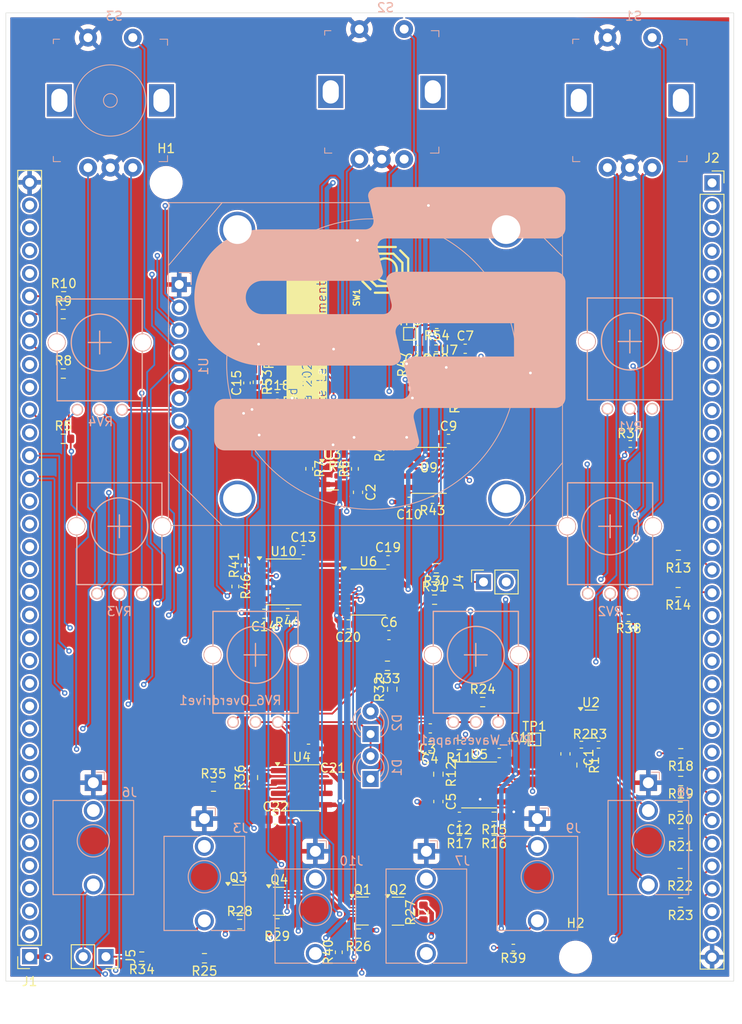
<source format=kicad_pcb>
(kicad_pcb (version 20240108) (generator "pcbnew") (generator_version "8.0")
  (layers (0 "F.Cu" signal) (1 "In1.Cu" signal) (2 "In2.Cu" signal) (31 "B.Cu" signal) (34 "B.Paste" user) (35 "F.Paste" user) (36 "B.SilkS" user "B.Silkscreen") (37 "F.SilkS" user "F.Silkscreen") (38 "B.Mask" user) (39 "F.Mask" user) (44 "Edge.Cuts" user))
  (net 0 "")
  (net 1 "GND")
  (net 2 "+12V")
  (net 3 "-12V")
  (net 4 "/CV0")
  (net 5 "/CV1")
  (net 6 "+5V")
  (net 7 "Net-(U5A--)")
  (net 8 "Net-(U5A-+)")
  (net 9 "-5V")
  (net 10 "/CV2")
  (net 11 "Net-(U7A--)")
  (net 12 "/+3V3_SIG")
  (net 13 "Net-(U7B--)")
  (net 14 "/CV3")
  (net 15 "/CALIBRATE")
  (net 16 "+3.3V")
  (net 18 "Net-(Q1-C)")
  (net 19 "Net-(Q1-E)")
  (net 20 "Net-(Q1-B)")
  (net 21 "Net-(Q2-E)")
  (net 22 "Net-(Q3-E)")
  (net 23 "Net-(Q4-E)")
  (net 24 "Net-(U3-REF)")
  (net 25 "Net-(U6A--)")
  (net 26 "Net-(U5B--)")
  (net 27 "Net-(R38-Pad2)")
  (net 28 "Net-(R41-Pad2)")
  (net 29 "Net-(U8A--)")
  (net 34 "Net-(U10A--)")
  (net 38 "Net-(U10B--)")
  (net 39 "Net-(C3-Pad2)")
  (net 40 "Net-(D1-K)")
  (net 41 "Net-(D1-A)")
  (net 42 "Net-(U8B--)")
  (net 43 "Net-(J1-Pin_12)")
  (net 44 "Net-(J1-Pin_29)")
  (net 45 "Net-(J1-Pin_25)")
  (net 46 "Net-(J1-Pin_26)")
  (net 47 "Net-(J1-Pin_18)")
  (net 49 "Net-(J1-Pin_31)")
  (net 50 "Net-(J1-Pin_15)")
  (net 51 "Net-(J1-Pin_20)")
  (net 52 "Net-(J1-Pin_17)")
  (net 53 "Net-(J1-Pin_14)")
  (net 55 "Net-(J1-Pin_23)")
  (net 56 "Net-(J1-Pin_30)")
  (net 57 "Net-(J1-Pin_13)")
  (net 58 "Net-(J1-Pin_27)")
  (net 59 "Net-(J1-Pin_11)")
  (net 60 "Net-(J1-Pin_28)")
  (net 62 "Net-(J1-Pin_21)")
  (net 63 "Net-(J1-Pin_22)")
  (net 64 "Net-(J1-Pin_19)")
  (net 65 "Net-(J1-Pin_16)")
  (net 67 "Net-(J1-Pin_32)")
  (net 70 "Net-(J2-Pin_18)")
  (net 72 "Net-(J2-Pin_28)")
  (net 73 "Net-(J2-Pin_30)")
  (net 77 "Net-(J2-Pin_32)")
  (net 81 "Net-(J2-Pin_31)")
  (net 83 "Net-(J2-Pin_19)")
  (net 85 "Net-(J2-Pin_29)")
  (net 87 "Net-(J2-Pin_27)")
  (net 99 "Net-(J3-PadT)")
  (net 100 "Net-(J4-Pin_2)")
  (net 101 "Net-(J4-Pin_1)")
  (net 102 "Net-(J5-Pin_1)")
  (net 103 "Net-(J5-Pin_2)")
  (net 104 "Net-(J7-PadT)")
  (net 105 "Net-(J8-PadT)")
  (net 106 "Net-(J9-PadT)")
  (net 107 "Net-(J10-PadT)")
  (net 108 "Net-(U2-REF)")
  (net 109 "Net-(R10-Pad2)")
  (net 110 "Net-(U6A-+)")
  (net 111 "Net-(R24-Pad2)")
  (net 112 "Net-(U6B-+)")
  (net 113 "Net-(R33-Pad2)")
  (net 114 "Net-(R34-Pad1)")
  (net 115 "Net-(U4A--)")
  (net 116 "Net-(R37-Pad2)")
  (net 117 "Net-(R39-Pad2)")
  (net 118 "Net-(R40-Pad2)")
  (net 119 "Net-(U9A--)")
  (net 120 "Net-(R42-Pad2)")
  (net 121 "Net-(U9B--)")
  (net 122 "Net-(R43-Pad2)")
  (net 123 "Net-(R44-Pad2)")
  (net 124 "Net-(U4B--)")
  (footprint "Resistor_SMD:R_0603_1608Metric" (layer "F.Cu") (at 209.345 128.95 180)
    (property "Reference" "R16")
    (property "Value" "5.1k")
  )
  (footprint "TestPoint:TestPoint_Pad_1.0x1.0mm" (layer "F.Cu") (at 213.85 118.77)
    (property "Reference" "TP1")
    (property "Value" "5V reference")
  )
  (footprint "Resistor_SMD:R_0402_1005Metric" (layer "F.Cu") (at 189.13 79.95)
    (property "Reference" "R52")
    (property "Value" "100k")
  )
  (footprint "Resistor_SMD:R_0603_1608Metric" (layer "F.Cu") (at 230.17 129.26 180)
    (property "Reference" "R21")
    (property "Value" "33k")
  )
  (footprint "Capacitor_SMD:C_0603_1608Metric" (layer "F.Cu") (at 188.045 97.655)
    (property "Reference" "C13")
    (property "Value" "100n")
  )
  (footprint "Package_SO:SO-8_3.9x4.9mm_P1.27mm" (layer "F.Cu") (at 185.845 101.205)
    (property "Reference" "U10")
    (property "Value" "TL072")
  )
  (footprint "Capacitor_SMD:C_0603_1608Metric" (layer "F.Cu") (at 193.05 105.94 180)
    (property "Reference" "C20")
    (property "Value" "100n")
  )
  (footprint "Connector_PinSocket_2.54mm:PinSocket_1x02_P2.54mm_Vertical" (layer "F.Cu") (at 166 143 -90)
    (property "Reference" "J5")
    (property "Value" "Conn_01x02_Socket")
  )
  (footprint "Resistor_SMD:R_0603_1608Metric" (layer "F.Cu") (at 208.07 114.6)
    (property "Reference" "R24")
    (property "Value" "10k")
  )
  (footprint "Resistor_SMD:R_0603_1608Metric" (layer "F.Cu") (at 178.01 124.03)
    (property "Reference" "R35")
    (property "Value" "10k")
  )
  (footprint "Capacitor_SMD:C_0603_1608Metric" (layer "F.Cu") (at 197.6 107.14)
    (property "Reference" "C6")
    (property "Value" "470p")
  )
  (footprint "Package_TO_SOT_SMD:SOT-23" (layer "F.Cu") (at 220.1625 117.06)
    (property "Reference" "U2")
    (property "Value" "CJ431 SOT-23")
  )
  (footprint "Capacitor_SMD:C_0603_1608Metric" (layer "F.Cu") (at 209.92 120.3)
    (property "Reference" "C11")
    (property "Value" "100n")
  )
  (footprint "Capacitor_SMD:C_0603_1608Metric" (layer "F.Cu") (at 183.645 104.755 180)
    (property "Reference" "C14")
    (property "Value" "100n")
  )
  (footprint "Resistor_SMD:R_0402_1005Metric" (layer "F.Cu") (at 202.455 92.065001 180)
    (property "Reference" "R43")
    (property "Value" "100k")
  )
  (footprint "Resistor_SMD:R_0603_1608Metric" (layer "F.Cu") (at 161.23 71.33)
    (property "Reference" "R9")
    (property "Value" "33k")
  )
  (footprint "Resistor_SMD:R_0603_1608Metric" (layer "F.Cu") (at 229.92 98.21 180)
    (property "Reference" "R13")
    (property "Value" "33k")
  )
  (footprint "Resistor_SMD:R_0603_1608Metric" (layer "F.Cu") (at 202.89 99.68 180)
    (property "Reference" "R30")
    (property "Value" "10k")
  )
  (footprint "Resistor_SMD:R_0603_1608Metric" (layer "F.Cu") (at 177 143.175 180)
    (property "Reference" "R25")
    (property "Value" "1k")
  )
  (footprint "Package_TO_SOT_SMD:SOT-23" (layer "F.Cu") (at 191.3025 89.387502)
    (property "Reference" "U3")
    (property "Value" "CJ431 SOT-23")
  )
  (footprint "MountingHole:MountingHole_3.2mm_M3_DIN965" (layer "F.Cu") (at 172.72 56.66)
    (property "Reference" "H1")
    (property "Value" "MountingHole")
  )
  (footprint "Resistor_SMD:R_0603_1608Metric" (layer "F.Cu") (at 202.7 103.18)
    (property "Reference" "R31")
    (property "Value" "5k")
  )
  (footprint "Capacitor_SMD:C_0402_1005Metric" (layer "F.Cu") (at 209.59 77.92 -90)
    (property "Reference" "C17")
    (property "Value" "1nF")
  )
  (footprint "Resistor_SMD:R_0603_1608Metric" (layer "F.Cu") (at 205.47 128.95 180)
    (property "Reference" "R17")
    (property "Value" "10k")
  )
  (footprint "Package_SO:SO-8_3.9x4.9mm_P1.27mm" (layer "F.Cu") (at 195.3 102.34)
    (property "Reference" "U6")
    (property "Value" "TL072")
  )
  (footprint "Package_TO_SOT_SMD:SOT-23" (layer "F.Cu") (at 185.3475 136.825)
    (property "Reference" "Q4")
    (property "Value" "MMBT3904")
  )
  (footprint "Capacitor_SMD:C_0603_1608Metric" (layer "F.Cu") (at 197.5 98.79)
    (property "Reference" "C19")
    (property "Value" "100n")
  )
  (footprint "Resistor_SMD:R_0603_1608Metric" (layer "F.Cu") (at 230.13 126.27 180)
    (property "Reference" "R20")
    (property "Value" "33k")
  )
  (footprint "Package_SO:MSOP-8_3x3mm_P0.65mm" (layer "F.Cu") (at 204.320001 77.8)
    (property "Reference" "U7")
    (property "Value" "MCP6002-xMS")
  )
  (footprint "Resistor_SMD:R_0603_1608Metric" (layer "F.Cu") (at 230.11 133.68 180)
    (property "Reference" "R22")
    (property "Value" "33k")
  )
  (footprint "Resistor_SMD:R_0402_1005Metric" (layer "F.Cu") (at 206.14 81.01 90)
    (property "Reference" "R51")
    (property "Value" "100k")
  )
  (footprint "Resistor_SMD:R_0402_1005Metric" (layer "F.Cu") (at 181.495 99.355 90)
    (property "Reference" "R41")
    (property "Value" "100k")
  )
  (footprint "Capacitor_SMD:C_0402_1005Metric" (layer "F.Cu") (at 181.75 79.01 90)
    (property "Reference" "C15")
    (property "Value" "1nF")
  )
  (footprint "Capacitor_SMD:C_0603_1608Metric" (layer "F.Cu") (at 202.22 117.54 180)
    (property "Reference" "C3")
    (property "Value" "4.7n")
  )
  (footprint "TestPoint:TestPoint_Pad_1.0x1.0mm" (layer "F.Cu") (at 199.94 73.53)
    (property "Reference" "TP3")
    (property "Value" "CVIn")
  )
  (footprint "Resistor_SMD:R_0402_1005Metric" (layer "F.Cu") (at 211.490001 142 180)
    (property "Reference" "R39")
    (property "Value" "100k")
  )
  (footprint "Connector_PinSocket_2.54mm:PinSocket_1x02_P2.54mm_Vertical" (layer "F.Cu") (at 208.16 101.21 90)
    (property "Reference" "J4")
    (property "Value" "Conn_01x02_Socket")
  )
  (footprint "Resistor_SMD:R_0603_1608Metric" (layer "F.Cu") (at 194.2 140.425 180)
    (property "Reference" "R26")
    (property "Value" "10k")
  )
  (footprint "Package_SO:MSOP-8_3x3mm_P0.65mm" (layer "F.Cu") (at 186.93 77.55)
    (property "Reference" "U8")
    (property "Value" "MCP6002-xMS")
  )
  (footprint "Resistor_SMD:R_0402_1005Metric" (layer "F.Cu") (at 208.21 77.88 90)
    (property "Reference" "R55")
    (property "Value" "33k")
  )
  (footprint "Resistor_SMD:R_0603_1608Metric" (layer "F.Cu") (at 230.18 123.41 180)
    (property "Reference" "R19")
    (property "Value" "33k")
  )
  (footprint "Resistor_SMD:R_0402_1005Metric" (layer "F.Cu") (at 192 142.509999 90)
    (property "Reference" "R40")
    (property "Value" "100k")
  )
  (footprint "Resistor_SMD:R_0402_1005Metric" (layer "F.Cu") (at 224.55 85.82)
    (property "Reference" "R37")
    (property "Value" "100k")
  )
  (footprint "Resistor_SMD:R_0402_1005Metric" (layer "F.Cu") (at 219.09 119.36)
    (property "Reference" "R2")
    (property "Value" "5.1k 1%")
  )
  (footprint "Resistor_SMD:R_0603_1608Metric" (layer "F.Cu") (at 229.89 102.35 180)
    (property "Reference" "R14")
    (property "Value" "33k")
  )
  (footprint "Capacitor_SMD:C_0603_1608Metric" (layer "F.Cu") (at 199.855 92.265001 180)
    (property "Reference" "C10")
    (property "Value" "100n")
  )
  (footprint "Capacitor_SMD:C_0603_1608Metric" (layer "F.Cu") (at 217.31 120.385 -90)
    (property "Reference" "C1")
    (property "Value" "10u")
  )
  (footprint "Capacitor_SMD:C_0603_1608Metric" (layer "F.Cu") (at 188.62 119.81 180)
    (property "Reference" "C21")
    (property "Value" "100n")
  )
  (footprint "Capacitor_SMD:C_0402_1005Metric" (layer "F.Cu") (at 185.14 80.45)
    (property "Reference" "C18")
    (property "Value" "1nF")
  )
  (footprint "Resistor_SMD:R_0402_1005Metric" (layer "F.Cu") (at 193.8025 88.597501 90)
    (property "Reference" "R6")
    (property "Value" "5.1k 1%")
  )
  (footprint "Resistor_SMD:R_0402_1005Metric" (layer "F.Cu") (at 180.45 101.71 -90)
    (property "Reference" "R46")
    (property "Value" "100k")
  )
  (footprint "Resistor_SMD:R_0603_1608Metric" (layer "F.Cu") (at 180.935 139.375)
    (property "Reference" "R28")
    (property "Value" "10k")
  )
  (footprint "Resistor_SMD:R_0603_1608Metric" (layer "F.Cu") (at 205.44 119.39 180)
    (property "Reference" "R11")
    (property "Value" "1.2k")
  )
  (footprint "Resistor_SMD:R_0402_1005Metric" (layer "F.Cu") (at 186.295 104.555 180)
    (property "Reference" "R44")
    (property "Value" "100k")
  )
  (footprint "Resistor_SMD:R_0603_1608Metric" (layer "F.Cu") (at 203.12 122.65 -90)
    (property "Reference" "R12")
    (property "Value" "1.2k")
  )
  (footprint "Package_SO:SO-8_3.9x4.9mm_P1.27mm" (layer "F.Cu") (at 202.055 88.765001)
    (property "Reference" "U9")
    (property "Value" "TL072")
  )
  (footprint "Capacitor_SMD:C_0603_1608Metric" (layer "F.Cu") (at 184.94 127.71)
    (property "Reference" "C22")
    (property "Value" "100n")
  )
  (footprint "Resistor_SMD:R_0402_1005Metric" (layer "F.Cu") (at 187.13 79.95 180)
    (property "Reference" "R56")
    (property "Value" "33k")
  )
  (footprint "Resistor_SMD:R_0603_1608Metric" (layer "F.Cu") (at 219.11 121.63 -90)
    (property "Reference" "R1")
    (property "Value" "1.8, >24mW")
  )
  (footprint "Capacitor_SMD:C_0603_1608Metric" (layer "F.Cu") (at 202.17 119.52 180)
    (property "Reference" "C4")
    (property "Value" "4.7n")
  )
  (footprint "Connector_PinSocket_2.54mm:PinSocket_1x35_P2.54mm_Vertical" (layer "F.Cu") (at 233.68 56.7)
    (property "Reference" "J2")
    (property "Value" "ELI2040B 1")
  )
  (footprint "Resistor_SMD:R_0603_1608Metric" (layer "F.Cu") (at 201.45 138.075 90)
    (property "Reference" "R27")
    (property "Value" "10k")
  )
  (footprint "Capacitor_SMD:C_0402_1005Metric" (layer "F.Cu") (at 200.76 75.18 180)
    (property "Reference" "C16")
    (property "Value" "1nF")
  )
  (footprint "Resistor_SMD:R_0603_1608Metric" (layer "F.Cu") (at 182.41 123.02 90)
    (property "Reference" "R36")
    (property "Value" "38k")
  )
  (footprint "Capacitor_SMD:C_0603_1608Metric" (layer "F.Cu") (at 206.120001 75.2)
    (property "Reference" "C7")
    (property "Value" "100n")
  )
  (footprint "Resistor_SMD:R_0402_1005Metric" (layer "F.Cu") (at 183.04 76.05 -90)
    (property "Reference" "R45")
    (property "Value" "100k")
  )
  (footprint "Resistor_SMD:R_0603_1608Metric" (layer "F.Cu") (at 161.24 77.96)
    (property "Reference" "R8")
    (property "Value" "33k")
  )
  (footprint "Capacitor_SMD:C_0603_1608Metric" (layer "F.Cu") (at 188.655 74.95)
    (property "Reference" "C8")
    (property "Value" "100n")
  )
  (footprint "Package_SO:SO-8_3.9x4.9mm_P1.27mm" (layer "F.Cu") (at 207.67 123.85)
    (property "Reference" "U5")
    (property "Value" "TL072")
  )
  (footprint "Resistor_SMD:R_0603_1608Metric" (layer "F.Cu") (at 230.16 136.96 180)
    (property "Reference" "R23")
    (property "Value" "33k")
  )
  (footprint "TestPoint:TestPoint_Pad_1.0x1.0mm" (layer "F.Cu") (at 194.77 84.02)
    (property "Reference" "TP2")
    (property "Value" "-5V Ref")
  )
  (footprint "Resistor_SMD:R_0402_1005Metric" (layer "F.Cu") (at 202.870001 75.15 180)
    (property "Reference" "R50")
    (property "Value" "100k")
  )
  (footprint "emutelab:SW-SMD_4P-L5.1-W5.1-P3.70-LS6.5-TL-2" (layer "F.Cu") (at 197.2 66.4 90)
    (property "Reference" "SW1")
    (property "Value" "TS-1187A-B-A-B")
  )
  (footprint "Capacitor_SMD:C_0603_1608Metric" (layer "F.Cu") (at 194.15 91.21 -90)
    (property "Reference" "C2")
    (property "Value" "10u")
  )
  (footprint "Resistor_SMD:R_0402_1005Metric" (layer "F.Cu") (at 202.94 72.56 180)
    (property "Reference" "R54")
    (property "Value" "33k")
  )
  (footprint "Capacitor_SMD:C_0603_1608Metric" (layer "F.Cu") (at 205.47 127.4 180)
    (property "Reference" "C12")
    (property "Value" "100n")
  )
  (footprint "Resistor_SMD:R_0402_1005Metric" (layer "F.Cu") (at 182.83 78.93 -90)
    (property "Reference" "R53")
    (property "Value" "33k")
  )
  (footprint "Resistor_SMD:R_0402_1005Metric" (layer "F.Cu") (at 200.3 76.92 90)
    (property "Reference" "R47")
    (property "Value" "100k")
  )
  (footprint "Capacitor_SMD:C_0603_1608Metric" (layer "F.Cu") (at 204.255 85.265001)
    (property "Reference" "C9")
    (property "Value" "100n")
  )
  (footprint "Resistor_SMD:R_0603_1608Metric" (layer "F.Cu") (at 185.11 139.29 180)
    (property "Reference" "R29")
    (property "Value" "10k")
  )
  (footprint "Resistor_SMD:R_0603_1608Metric" (layer "F.Cu") (at 161.24 85.24)
    (property "Reference" "R5")
    (property "Value" "33k")
  )
  (footprint "Resistor_SMD:R_0603_1608Metric" (layer "F.Cu") (at 161.28 69.35)
    (property "Reference" "R10")
    (property "Value" "33k")
  )
  (footprint "Resistor_SMD:R_0402_1005Metric" (layer "F.Cu") (at 197.755 86.365001 90)
    (property "Reference" "R42")
    (property "Value" "100k")
  )
  (footprint "Package_SO:SO-8_3.9x4.9mm_P1.27mm" (layer "F.Cu") (at 187.865 124.155)
    (property "Reference" "U4")
    (property "Value" "TL072")
  )
  (footprint "Resistor_SMD:R_0603_1608Metric" (layer "F.Cu") (at 170 143 180)
    (property "Reference" "R34")
    (property "Value" "1k")
  )
  (footprint "Package_TO_SOT_SMD:SOT-23" (layer "F.Cu") (at 194.65 137.9125)
    (property "Reference" "Q1")
    (property "Value" "MMBT3906")
  )
  (footprint "Package_TO_SOT_SMD:SOT-23" (layer "F.Cu") (at 198.6125 137.925)
    (property "Reference" "Q2")
    (property "Value" "MMBT3904")
  )
  (footprint "Resistor_SMD:R_0402_1005Metric" (layer "F.Cu") (at 188.7025 88.587502 -90)
    (property "Reference" "R7")
    (property "Value" "5.1k 1%")
  )
  (footprint "Resistor_SMD:R_0603_1608Metric" (layer "F.Cu") (at 209.345 127.4 180)
    (property "Reference" "R15")
    (property "Value" "3.3k")
  )
  (footprint "Resistor_SMD:R_0402_1005Metric" (layer "F.Cu") (at 224.36 105.23 180)
    (property "Reference" "R38")
    (property "Value" "100k")
  )
  (footprint "Resistor_SMD:R_0603_1608Metric" (layer "F.Cu") (at 230.19 120.32 180)
    (property "Reference" "R18")
    (property "Value" "33k")
  )
  (footprint "Resistor_SMD:R_0402_1005Metric" (layer "F.Cu") (at 184.83 75.15)
    (property "Reference" "R49")
    (property "Value" "100k")
  )
  (footprint "Resistor_SMD:R_0603_1608Metric" (layer "F.Cu") (at 191.7775 86.887502 180)
    (property "Reference" "R4")
    (property "Value" "4.7k")
  )
  (footprint "Connector_PinSocket_2.54mm:PinSocket_1x35_P2.54mm_Vertical" (layer "F.Cu") (at 157.48 143 180)
    (property "Reference" "J1")
    (property "Value" "ELI2040B 1")
  )
  (footprint "Resistor_SMD:R_0603_1608Metric" (layer "F.Cu") (at 197.97 113.17 90)
    (property "Reference" "R32")
    (property "Value" "1k")
  )
  (footprint "Capacitor_SMD:C_0603_1608Metric" (layer "F.Cu") (at 203.12 125.7 -90)
    (property "Reference" "C5")
    (property "Value" "4.7n")
  )
  (footprint "Package_TO_SOT_SMD:SOT-23" (layer "F.Cu") (at 180.79 136.57)
    (property "Reference" "Q3")
    (property "Value" "MMBT3906")
  )
  (footprint "Resistor_SMD:R_0402_1005Metric" (layer "F.Cu") (at 221 119.36)
    (property "Reference" "R3")
    (property "Value" "5.1k 1%")
  )
  (footprint "Resistor_SMD:R_0402_1005Metric" (layer "F.Cu") (at 200.31 79.11 -90)
    (property "Reference" "R48")
    (property "Value" "100k")
  )
  (footprint "Resistor_SMD:R_0603_1608Metric" (layer "F.Cu") (at 197.435 110.56 180)
    (property "Reference" "R33")
    (property "Value" "2k")
  )
  (footprint "MountingHole:MountingHole_3.2mm_M3_DIN965" (layer "F.Cu") (at 218.44 143.06)
    (property "Reference" "H2")
    (property "Value" "MountingHole")
  )
  (footprint "Eurocad:Alpha9mmPot" (layer "B.Cu") (at 182.7 109.34 180)
    (property "Reference" "RV6_Overdrive1")
    (property "Value" "A100k")
  )
  (footprint "Connector_Audio:Jack_3.5mm_QingPu_WQP-PJ398SM_Vertical_CircularHoles" (layer "B.Cu") (at 201.7776 131.245001 180)
    (property "Reference" "J7")
    (property "Value" "CV In 3")
  )
  (footprint "digikey-footprints:Rotary_Encoder_Switched_PEC11R" (layer "B.Cu") (at 172.2 47.5 180)
    (property "Reference" "S3")
    (property "Value" "PEC11R-4215F-S0024")
  )
  (footprint "Eurocad:Alpha9mmPot" (layer "B.Cu") (at 224.5 74.3875 180)
    (property "Reference" "RV1")
    (property "Value" "100k")
  )
  (footprint "Connector_Audio:Jack_3.5mm_QingPu_WQP-PJ398SM_Vertical_CircularHoles" (layer "B.Cu") (at 226.568 123.6 180)
    (property "Reference" "J8")
    (property "Value" "CV In 1")
  )
  (footprint "LED_THT:LED_D3.0mm_Clear" (layer "B.Cu") (at 195.55 123.175 90)
    (property "Reference" "D1")
    (property "Value" "LED")
  )
  (footprint "digikey-footprints:Rotary_Encoder_Switched_PEC11R" (layer "B.Cu") (at 230.2 47.5 180)
    (property "Reference" "S1")
    (property "Value" "PEC11R-4215F-S0024")
  )
  (footprint "Eurocad:Alpha9mmPot" (layer "B.Cu") (at 207.3 109.34 180)
    (property "Reference" "RV4_Waveshape1")
    (property "Value" "100k")
  )
  (footprint "LED_THT:LED_D3.0mm_Clear" (layer "B.Cu") (at 195.55 118.175 90)
    (property "Reference" "D2")
    (property "Value" "LED")
  )
  (footprint "Eurocad:Alpha9mmPot" (layer "B.Cu") (at 165.3 74.5 180)
    (property "Reference" "RV4")
    (property "Value" "100k")
  )
  (footprint "Connector_Audio:Jack_3.5mm_QingPu_WQP-PJ398SM_Vertical_CircularHoles" (layer "B.Cu") (at 164.592 123.6 180)
    (property "Reference" "J6")
    (property "Value" "Shaped Out")
  )
  (footprint "emutelab:Round TFT 240x240" (layer "B.Cu") (at 172.98 76.91 -90)
    (property "Reference" "U1")
    (property "Value" "~")
  )
  (footprint "Eurocad:Alpha9mmPot" (layer "B.Cu") (at 167.5 95 180)
    (property "Reference" "RV3")
    (property "Value" "100k")
  )
  (footprint "Connector_Audio:Jack_3.5mm_QingPu_WQP-PJ398SM_Vertical_CircularHoles" (layer "B.Cu") (at 176.9872 127.6 180)
    (property "Reference" "J3")
    (property "Value" "Clean Out")
  )
  (footprint "digikey-footprints:Rotary_Encoder_Switched_PEC11R" (layer "B.Cu") (at 202.5 46.55 180)
    (property "Reference" "S2")
    (property "Value" "PEC11R-4215F-S0024")
  )
  (footprint "Connector_Audio:Jack_3.5mm_QingPu_WQP-PJ398SM_Vertical_CircularHoles" (layer "B.Cu") (at 214.1728 127.6 180)
    (property "Reference" "J9")
    (property "Value" "CV In 2")
  )
  (footprint "Eurocad:Alpha9mmPot" (layer "B.Cu") (at 222.3 95 180)
    (property "Reference" "RV2")
    (property "Value" "100k")
  )
  (footprint "Connector_Audio:Jack_3.5mm_QingPu_WQP-PJ398SM_Vertical_CircularHoles" (layer "B.Cu") (at 189.3824 131.245 180)
    (property "Reference" "J10")
    (property "Value" "CV In 4")
  )
  (gr_poly (pts (xy 196.38 57.16) (xy 196.320978 57.164383) (xy 196.26207 57.171604) (xy 196.203431 57.181591) (xy 196.145214 57.194277) (xy 196.087573 57.20959) (xy 196.030663 57.227461) (xy 195.974638 57.24782) (xy 195.919651 57.270598) (xy 195.865858 57.295724) (xy 195.813411 57.323129) (xy 195.762465 57.352744) (xy 195.713174 57.384497) (xy 195.665692 57.418321) (xy 195.620172 57.454144) (xy 195.576771 57.491898) (xy 195.53564 57.531512) (xy 195.496934 57.572916) (xy 195.460808 57.616041) (xy 195.427415 57.660818) (xy 195.39691 57.707175) (xy 195.369446 57.755044) (xy 195.345178 57.804355) (xy 195.324259 57.855038) (xy 195.306844 57.907024) (xy 195.293086 57.960241) (xy 195.283141 58.014622) (xy 195.277161 58.070095) (xy 195.275301 58.126591) (xy 195.277715 58.184041) (xy 195.284557 58.242375) (xy 195.295981 58.301523) (xy 195.86748 60.747596) (xy 195.875982 60.80591) (xy 195.881435 60.863477) (xy 195.8839 60.920225) (xy 195.883437 60.976081) (xy 195.880107 61.030973) (xy 195.873968 61.084828) (xy 195.865081 61.137575) (xy 195.853507 61.18914) (xy 195.839305 61.239451) (xy 195.822535 61.288436) (xy 195.803257 61.336023) (xy 195.781532 61.382138) (xy 195.75742 61.42671) (xy 195.73098 61.469666) (xy 195.702273 61.510934) (xy 195.671359 61.550441) (xy 195.638297 61.588114) (xy 195.603149 61.623882) (xy 195.565973 61.657672) (xy 195.526831 61.689411) (xy 195.485782 61.719028) (xy 195.442885 61.746449) (xy 195.398203 61.771602) (xy 195.351793 61.794415) (xy 195.303717 61.814816) (xy 195.254035 61.832731) (xy 195.202806 61.848089) (xy 195.15009 61.860817) (xy 195.095948 61.870843) (xy 195.040441 61.878094) (xy 194.983627 61.882497) (xy 194.925566 61.883981) (xy 183.467784 61.883981) (xy 183.077372 61.893889) (xy 182.692023 61.92329) (xy 182.312217 61.971704) (xy 181.938434 62.038649) (xy 181.571155 62.123643) (xy 181.210862 62.226204) (xy 180.858035 62.345852) (xy 180.513155 62.482105) (xy 180.176703 62.63448) (xy 179.849159 62.802497) (xy 179.531005 62.985674) (xy 179.222721 63.183529) (xy 178.924788 63.395582) (xy 178.637687 63.621349) (xy 178.361899 63.86035) (xy 178.097904 64.112103) (xy 177.846184 64.376127) (xy 177.607219 64.651939) (xy 177.38149 64.93906) (xy 177.169478 65.237006) (xy 176.971664 65.545296) (xy 176.788529 65.863449) (xy 176.620553 66.190984) (xy 176.468217 66.527418) (xy 176.332002 66.87227) (xy 176.21239 67.225059) (xy 176.10986 67.585302) (xy 176.024893 67.952519) (xy 175.957971 68.326228) (xy 175.909574 68.705947) (xy 175.880184 69.091195) (xy 175.87028 69.481491) (xy 175.880188 69.871782) (xy 175.909589 70.257019) (xy 175.958003 70.63672) (xy 176.024948 71.010405) (xy 176.109942 71.377592) (xy 176.212503 71.737801) (xy 176.332151 72.090549) (xy 176.468404 72.435357) (xy 176.620779 72.771743) (xy 176.788796 73.099225) (xy 176.971973 73.417324) (xy 177.169828 73.725557) (xy 177.38188 74.023444) (xy 177.607648 74.310504) (xy 177.846649 74.586256) (xy 178.098402 74.850217) (xy 178.362425 75.101909) (xy 178.638238 75.340848) (xy 178.925358 75.566555) (xy 179.223304 75.778548) (xy 179.531594 75.976347) (xy 179.849747 76.159469) (xy 180.177281 76.327434) (xy 180.513715 76.479761) (xy 180.858567 76.615969) (xy 181.211355 76.735577) (xy 181.571598 76.838103) (xy 181.938815 76.923067) (xy 182.312523 76.989988) (xy 182.692242 77.038384) (xy 183.077489 77.067774) (xy 183.467784 77.077678) (xy 197.784388 77.077678) (xy 197.843375 77.076205) (xy 197.902408 77.071833) (xy 197.961333 77.064629) (xy 198.019995 77.054664) (xy 198.078239 77.042006) (xy 198.135911 77.026725) (xy 198.192856 77.008889) (xy 198.248919 76.988567) (xy 198.303945 76.965829) (xy 198.35778 76.940743) (xy 198.410268 76.913379) (xy 198.461255 76.883806) (xy 198.510587 76.852092) (xy 198.558107 76.818306) (xy 198.603662 76.782519) (xy 198.647097 76.744798) (xy 198.688257 76.705213) (xy 198.726986 76.663833) (xy 198.763132 76.620727) (xy 198.796537 76.575963) (xy 198.827049 76.529612) (xy 198.854512 76.481741) (xy 198.87877 76.432421) (xy 198.899671 76.381719) (xy 198.917058 76.329706) (xy 198.930776 76.276449) (xy 198.940672 76.222019) (xy 198.94659 76.166484) (xy 198.948376 76.109913) (xy 198.945874 76.052376) (xy 198.93893 75.993941) (xy 198.92739 75.934677) (xy 198.357215 73.493892) (xy 198.348473 73.435331) (xy 198.342794 73.377516) (xy 198.34012 73.320522) (xy 198.340389 73.264421) (xy 198.343541 73.209286) (xy 198.349517 73.15519) (xy 198.358257 73.102205) (xy 198.369699 73.050406) (xy 198.383786 72.999864) (xy 198.400455 72.950652) (xy 198.419647 72.902844) (xy 198.441302 72.856513) (xy 198.46536 72.811731) (xy 198.491762 72.768571) (xy 198.520446 72.727106) (xy 198.551352 72.687409) (xy 198.584422 72.649554) (xy 198.619594 72.613612) (xy 198.656808 72.579657) (xy 198.696005 72.547761) (xy 198.737124 72.517998) (xy 198.780106 72.490441) (xy 198.82489 72.465162) (xy 198.871416 72.442235) (xy 198.919624 72.421732) (xy 198.969454 72.403726) (xy 199.020846 72.38829) (xy 199.07374 72.375497) (xy 199.128075 72.36542) (xy 199.183793 72.358132) (xy 199.240832 72.353706) (xy 199.299132 72.352214) (xy 211.566539 72.352214) (xy 211.566539 76.064319) (xy 200.475207 76.064319) (xy 200.416225 76.065796) (xy 200.357202 76.070179) (xy 200.298294 76.0774) (xy 200.239655 76.087388) (xy 200.181438 76.100073) (xy 200.123797 76.115386) (xy 200.066888 76.133257) (xy 200.010862 76.153617) (xy 199.955876 76.176394) (xy 199.902082 76.201521) (xy 199.849635 76.228926) (xy 199.798689 76.258541) (xy 199.749398 76.290295) (xy 199.701916 76.324118) (xy 199.656397 76.359942) (xy 199.612995 76.397696) (xy 199.571864 76.437309) (xy 199.533159 76.478714) (xy 199.497033 76.521839) (xy 199.46364 76.566616) (xy 199.433134 76.612974) (xy 199.40567 76.660843) (xy 199.381402 76.710154) (xy 199.360483 76.760837) (xy 199.343068 76.812822) (xy 199.329311 76.86604) (xy 199.319365 76.92042) (xy 199.313385 76.975893) (xy 199.311525 77.03239) (xy 199.313939 77.08984) (xy 199.320781 77.148173) (xy 199.332206 77.207321) (xy 199.903704 79.653392) (xy 199.91221 79.711706) (xy 199.917674 79.769273) (xy 199.920156 79.826021) (xy 199.919716 79.881877) (xy 199.916413 79.936769) (xy 199.910305 79.990625) (xy 199.901454 80.043372) (xy 199.889917 80.094937) (xy 199.875754 80.145248) (xy 199.859025 80.194234) (xy 199.839788 80.24182) (xy 199.818104 80.287936) (xy 199.794032 80.332508) (xy 199.767631 80.375464) (xy 199.738959 80.416731) (xy 199.708078 80.456238) (xy 199.675045 80.493912) (xy 199.639921 80.52968) (xy 199.602764 80.56347) (xy 199.563634 80.595209) (xy 199.522591 80.624826) (xy 199.479693 80.652247) (xy 199.435001 80.6774) (xy 199.388573 80.700213) (xy 199.340468 80.720614) (xy 199.290747 80.738529) (xy 199.239468 80.753887) (xy 199.186691 80.766615) (xy 199.132475 80.776641) (xy 199.076879 80.783892) (xy 199.019964 80.788295) (xy 198.961787 80.789779) (xy 179.229167 80.789779) (xy 179.17048 80.791271) (xy 179.112542 80.795697) (xy 179.055425 80.802986) (xy 178.999202 80.813065) (xy 178.943947 80.82586) (xy 178.889734 80.841299) (xy 178.836636 80.85931) (xy 178.784725 80.87982) (xy 178.734077 80.902756) (xy 178.684763 80.928046) (xy 178.636858 80.955616) (xy 178.590434 80.985395) (xy 178.545566 81.017309) (xy 178.502326 81.051286) (xy 178.460788 81.087253) (xy 178.421025 81.125138) (xy 178.383111 81.164867) (xy 178.347119 81.206369) (xy 178.313123 81.24957) (xy 178.281195 81.294398) (xy 178.25141 81.340781) (xy 178.223841 81.388644) (xy 178.19856 81.437917) (xy 178.175642 81.488526) (xy 178.15516 81.540398) (xy 178.137187 81.593461) (xy 178.121797 81.647642) (xy 178.109063 81.702869) (xy 178.099058 81.759068) (xy 178.091856 81.816168) (xy 178.08753 81.874095) (xy 178.086154 81.932777) (xy 178.086154 85.38824) (xy 178.087649 85.446806) (xy 178.092087 85.504632) (xy 178.099393 85.561644) (xy 178.109494 85.61777) (xy 178.122316 85.672935) (xy 178.137788 85.727067) (xy 178.155834 85.780091) (xy 178.176381 85.831935) (xy 178.199357 85.882526) (xy 178.224688 85.931789) (xy 178.2523 85.979651) (xy 178.28212 86.02604) (xy 178.314074 86.070881) (xy 178.34809 86.114102) (xy 178.384093 86.155628) (xy 178.422011 86.195386) (xy 178.46177 86.233304) (xy 178.503296 86.269307) (xy 178.546517 86.303323) (xy 178.591358 86.335277) (xy 178.637747 86.365097) (xy 178.68561 86.392709) (xy 178.734873 86.418039) (xy 178.785464 86.441015) (xy 178.837308 86.461562) (xy 178.890333 86.479608) (xy 178.944464 86.49508) (xy 178.99963 86.507902) (xy 179.055755 86.518003) (xy 179.112768 86.525309) (xy 179.170593 86.529746) (xy 179.229159 86.531242) (xy 199.80448 86.531242) (xy 199.804978 86.531227) (xy 199.805477 86.531185) (xy 199.80598 86.53112) (xy 199.806488 86.531035) (xy 199.80753 86.530823) (xy 199.808618 86.53058) (xy 199.809767 86.530337) (xy 199.81037 86.530225) (xy 199.810994 86.530125) (xy 199.811642 86.53004) (xy 199.812314 86.529975) (xy 199.813014 86.529933) (xy 199.813742 86.529918) (xy 199.872345 86.527976) (xy 199.930974 86.523187) (xy 199.989477 86.515618) (xy 200.047702 86.505336) (xy 200.105497 86.492409) (xy 200.16271 86.476904) (xy 200.219188 86.458889) (xy 200.274779 86.438431) (xy 200.329332 86.415596) (xy 200.382694 86.390454) (xy 200.434713 86.36307) (xy 200.485237 86.333512) (xy 200.534114 86.301848) (xy 200.581191 86.268145) (xy 200.626317 86.23247) (xy 200.66934 86.19489) (xy 200.710107 86.155473) (xy 200.748466 86.114287) (xy 200.784265 86.071398) (xy 200.817352 86.026874) (xy 200.847575 85.980783) (xy 200.874782 85.933191) (xy 200.89882 85.884166) (xy 200.919538 85.833775) (xy 200.936783 85.782086) (xy 200.950403 85.729166) (xy 200.960247 85.675082) (xy 200.966161 85.619902) (xy 200.967994 85.563692) (xy 200.965594 85.506521) (xy 200.958809 85.448456) (xy 200.947486 85.389564) (xy 200.947486 85.38824) (xy 200.375983 82.944816) (xy 200.367361 82.886378) (xy 200.361795 82.828687) (xy 200.359225 82.771816) (xy 200.359591 82.715838) (xy 200.362833 82.660824) (xy 200.368891 82.606848) (xy 200.377704 82.553982) (xy 200.389212 82.5023) (xy 200.403357 82.451873) (xy 200.420076 82.402775) (xy 200.439311 82.355078) (xy 200.461001 82.308855) (xy 200.485087 82.264178) (xy 200.511507 82.22112) (xy 200.540203 82.179754) (xy 200.571113 82.140152) (xy 200.604179 82.102387) (xy 200.639339 82.066533) (xy 200.676534 82.03266) (xy 200.715704 82.000843) (xy 200.756788 81.971153) (xy 200.799727 81.943664) (xy 200.844461 81.918448) (xy 200.890929 81.895578) (xy 200.939071 81.875127) (xy 200.988827 81.857166) (xy 201.040138 81.841769) (xy 201.092942 81.829009) (xy 201.147181 81.818958) (xy 201.202794 81.811688) (xy 201.25972 81.807273) (xy 201.3179 81.805786) (xy 216.164992 81.805786) (xy 216.223558 81.80429) (xy 216.281384 81.799853) (xy 216.338396 81.792547) (xy 216.394521 81.782446) (xy 216.449687 81.769623) (xy 216.503818 81.754152) (xy 216.556843 81.736106) (xy 216.608687 81.715558) (xy 216.659277 81.692582) (xy 216.708541 81.667252) (xy 216.756403 81.63964) (xy 216.802792 81.60982) (xy 216.847633 81.577865) (xy 216.890853 81.54385) (xy 216.93238 81.507846) (xy 216.972138 81.469929) (xy 217.010056 81.43017) (xy 217.046059 81.388644) (xy 217.080075 81.345423) (xy 217.112029 81.300582) (xy 217.141849 81.254194) (xy 217.169461 81.206331) (xy 217.194791 81.157068) (xy 217.217767 81.106477) (xy 217.238314 81.054633) (xy 217.25636 81.001609) (xy 217.271831 80.947477) (xy 217.284654 80.892312) (xy 217.294755 80.836187) (xy 217.302061 80.779175) (xy 217.306498 80.72135) (xy 217.307994 80.662784) (xy 217.307994 67.753765) (xy 217.306498 67.695199) (xy 217.302061 67.637374) (xy 217.294755 67.580362) (xy 217.284654 67.524236) (xy 217.271831 67.469071) (xy 217.25636 67.41494) (xy 217.238314 67.361915) (xy 217.217767 67.310071) (xy 217.194791 67.259481) (xy 217.169461 67.210218) (xy 217.141849 67.162355) (xy 217.112029 67.115967) (xy 217.080075 67.071125) (xy 217.046059 67.027905) (xy 217.010056 66.986379) (xy 216.972138 66.94662) (xy 216.93238 66.908702) (xy 216.890853 66.872699) (xy 216.847633 66.838683) (xy 216.802792 66.806729) (xy 216.756403 66.776909) (xy 216.708541 66.749297) (xy 216.659277 66.723966) (xy 216.608687 66.700991) (xy 216.556843 66.680443) (xy 216.503818 66.662397) (xy 216.449687 66.646926) (xy 216.394521 66.634103) (xy 216.338396 66.624002) (xy 216.281384 66.616696) (xy 216.223558 66.612259) (xy 216.164992 66.610763) (xy 198.459079 66.610763) (xy 198.400096 66.61224) (xy 198.341074 66.616623) (xy 198.282166 66.623844) (xy 198.223526 66.633832) (xy 198.165309 66.646517) (xy 198.107669 66.66183) (xy 198.050759 66.679701) (xy 197.994734 66.70006) (xy 197.939747 66.722838) (xy 197.885954 66.747965) (xy 197.833507 66.77537) (xy 197.782561 66.804985) (xy 197.733269 66.836739) (xy 197.685787 66.870562) (xy 197.640268 66.906386) (xy 197.596866 66.944139) (xy 197.555736 66.983753) (xy 197.51703 67.025158) (xy 197.480904 67.068283) (xy 197.447511 67.11306) (xy 197.417006 67.159418) (xy 197.389542 67.207287) (xy 197.365273 67.256598) (xy 197.344355 67.307281) (xy 197.32694 67.359266) (xy 197.313182 67.412484) (xy 197.303236 67.466864) (xy 197.297257 67.522337) (xy 197.295397 67.578834) (xy 197.297811 67.636284) (xy 197.304653 67.694617) (xy 197.316077 67.753765) (xy 197.887576 70.199836) (xy 197.896078 70.25815) (xy 197.901532 70.315717) (xy 197.903997 70.372465) (xy 197.903534 70.428321) (xy 197.900204 70.483213) (xy 197.894065 70.537069) (xy 197.885179 70.589815) (xy 197.873604 70.64138) (xy 197.859402 70.691692) (xy 197.842632 70.740677) (xy 197.823355 70.788263) (xy 197.80163 70.834378) (xy 197.777517 70.87895) (xy 197.751078 70.921906) (xy 197.72237 70.963174) (xy 197.691456 71.00268) (xy 197.658395 71.040354) (xy 197.623246 71.076122) (xy 197.58607 71.109911) (xy 197.546928 71.141651) (xy 197.505878 71.171267) (xy 197.462982 71.198688) (xy 197.418299 71.223841) (xy 197.37189 71.246654) (xy 197.323813 71.267054) (xy 197.274131 71.28497) (xy 197.222902 71.300328) (xy 197.170186 71.313055) (xy 197.116044 71.323081) (xy 197.060536 71.330332) (xy 197.003722 71.334735) (xy 196.945662 71.336219) (xy 183.470431 71.336219) (xy 183.375018 71.333797) (xy 183.280847 71.32661) (xy 183.188033 71.314775) (xy 183.096696 71.29841) (xy 183.006952 71.277634) (xy 182.918917 71.252565) (xy 182.83271 71.22332) (xy 182.748448 71.190017) (xy 182.666248 71.152774) (xy 182.586227 71.11171) (xy 182.508503 71.066942) (xy 182.433192 71.018588) (xy 182.360412 70.966767) (xy 182.29028 70.911595) (xy 182.222913 70.853192) (xy 182.158429 70.791675) (xy 182.096945 70.727162) (xy 182.038578 70.659771) (xy 181.983445 70.58962) (xy 181.931663 70.516827) (xy 181.883351 70.44151) (xy 181.838624 70.363786) (xy 181.797601 70.283775) (xy 181.760398 70.201593) (xy 181.727133 70.11736) (xy 181.697923 70.031192) (xy 181.672885 69.943207) (xy 181.652137 69.853525) (xy 181.635795 69.762262) (xy 181.623977 69.669537) (xy 181.616801 69.575467) (xy 181.614383 69.480171) (xy 181.616805 69.384758) (xy 181.623992 69.290587) (xy 181.635827 69.197774) (xy 181.652192 69.106436) (xy 181.672968 69.016692) (xy 181.698038 68.928658) (xy 181.727283 68.842451) (xy 181.760586 68.758189) (xy 181.797829 68.675989) (xy 181.838893 68.595968) (xy 181.883662 68.518243) (xy 181.932015 68.442932) (xy 181.983837 68.370151) (xy 182.039009 68.300019) (xy 182.097412 68.232652) (xy 182.15893 68.168168) (xy 182.223443 68.106684) (xy 182.290834 68.048316) (xy 182.360985 67.993183) (xy 182.433778 67.941401) (xy 182.509096 67.893089) (xy 182.586819 67.848362) (xy 182.66683 67.807338) (xy 182.749012 67.770135) (xy 182.833245 67.73687) (xy 182.919413 67.70766) (xy 183.007397 67.682622) (xy 183.097079 67.661873) (xy 183.188342 67.645531) (xy 183.281067 67.633713) (xy 183.375136 67.626537) (xy 183.470431 67.624118) (xy 195.769587 67.624118) (xy 195.828573 67.622642) (xy 195.887606 67.618258) (xy 195.946531 67.611038) (xy 196.005193 67.60105) (xy 196.063437 67.588364) (xy 196.121109 67.573051) (xy 196.178054 67.55518) (xy 196.234117 67.534821) (xy 196.289143 67.512043) (xy 196.342977 67.486917) (xy 196.395466 67.459511) (xy 196.446453 67.429897) (xy 196.495784 67.398143) (xy 196.543305 67.364319) (xy 196.58886 67.328496) (xy 196.632294 67.290742) (xy 196.673454 67.251128) (xy 196.712184 67.209723) (xy 196.748329 67.166598) (xy 196.781735 67.121822) (xy 196.812247 67.075464) (xy 196.83971 67.027595) (xy 196.863969 66.978284) (xy 196.884869 66.927601) (xy 196.902256 66.875615) (xy 196.915975 66.822398) (xy 196.925871 66.768017) (xy 196.931789 66.712544) (xy 196.933575 66.656048) (xy 196.931073 66.598598) (xy 196.924129 66.540264) (xy 196.912589 66.481117) (xy 196.34241 64.040334) (xy 196.333668 63.981772) (xy 196.32799 63.923958) (xy 196.325315 63.866964) (xy 196.325584 63.810862) (xy 196.328737 63.755727) (xy 196.334713 63.701631) (xy 196.343452 63.648647) (xy 196.354895 63.596847) (xy 196.368981 63.546305) (xy 196.385651 63.497094) (xy 196.404843 63.449286) (xy 196.426498 63.402954) (xy 196.450557 63.358172) (xy 196.476958 63.315012) (xy 196.505642 63.273547) (xy 196.536549 63.233851) (xy 196.569618 63.195995) (xy 196.60479 63.160053) (xy 196.642005 63.126098) (xy 196.681202 63.094203) (xy 196.722321 63.06444) (xy 196.765303 63.036883) (xy 196.810086 63.011604) (xy 196.856612 62.988677) (xy 196.90482 62.968174) (xy 196.95465 62.950168) (xy 197.006042 62.934732) (xy 197.058936 62.921939) (xy 197.113271 62.911862) (xy 197.168988 62.904574) (xy 197.226027 62.900148) (xy 197.284327 62.898656) (xy 216.164992 62.898656) (xy 216.223558 62.897161) (xy 216.281384 62.892724) (xy 216.338396 62.885418) (xy 216.394521 62.875317) (xy 216.449687 62.862494) (xy 216.503818 62.847023) (xy 216.556843 62.828977) (xy 216.608687 62.808429) (xy 216.659277 62.785454) (xy 216.708541 62.760123) (xy 216.756403 62.732511) (xy 216.802792 62.702692) (xy 216.847633 62.670737) (xy 216.890853 62.636722) (xy 216.93238 62.600719) (xy 216.972138 62.562801) (xy 217.010056 62.523043) (xy 217.046059 62.481516) (xy 217.080075 62.438296) (xy 217.112029 62.393455) (xy 217.141849 62.347066) (xy 217.169461 62.299204) (xy 217.194791 62.249941) (xy 217.217767 62.199351) (xy 217.238314 62.147506) (xy 217.25636 62.094482) (xy 217.271831 62.04035) (xy 217.284654 61.985185) (xy 217.294755 61.92906) (xy 217.302061 61.872048) (xy 217.306498 61.814222) (xy 217.307994 61.755657) (xy 217.307994 58.301523) (xy 217.306498 58.242957) (xy 217.302061 58.185132) (xy 217.294755 58.128119) (xy 217.284654 58.071994) (xy 217.271831 58.016829) (xy 217.25636 57.962697) (xy 217.238314 57.909673) (xy 217.217767 57.857829) (xy 217.194791 57.807239) (xy 217.169461 57.757976) (xy 217.141849 57.710113) (xy 217.112029 57.663725) (xy 217.080075 57.618883) (xy 217.046059 57.575663) (xy 217.010056 57.534137) (xy 216.972138 57.494378) (xy 216.93238 57.456461) (xy 216.890853 57.420458) (xy 216.847633 57.386442) (xy 216.802792 57.354488) (xy 216.756403 57.324668) (xy 216.708541 57.297056) (xy 216.659277 57.271726) (xy 216.608687 57.24875) (xy 216.556843 57.228203) (xy 216.503818 57.210157) (xy 216.449687 57.194685) (xy 216.394521 57.181863) (xy 216.338396 57.171762) (xy 216.281384 57.164456) (xy 216.223558 57.160019) (xy 216.164992 57.158523) (xy 196.438983 57.158523)) (stroke (width -0.000001)) (fill solid) (layer "B.SilkS"))
  (gr_rect (start 154.82324 37.735) (end 236.10324 145.735) (stroke (width 0.05)) (fill none) (layer "Edge.Cuts"))
  (gr_text "Myriad\nv0.1a 2024\nEmute Lab Instruments" (at 190.67 84.38 90) (layer "F.SilkS" knockout) (effects (font (size 1 1) (thickness 0.1)) (justify left bottom)))
  (segment (start 189.124999 89.097501) (end 190.365 90.337502) (width 0.2) (layer "F.Cu") (net 1))
  (segment (start 184.74 101.69) (end 184.59 101.84) (width 0.2) (layer "F.Cu") (net 1))
  (segment (start 210.17 127.4) (end 210.995 127.4) (width 0.2) (layer "F.Cu") (net 1))
  (segment (start 184.59 101.84) (end 183.27 101.84) (width 0.2) (layer "F.Cu") (net 1))
  (segment (start 188.7025 89.097501) (end 189.124999 89.097501) (width 0.2) (layer "F.Cu") (net 1))
  (segment (start 206.245 126.979998) (end 206.245 127.4) (width 0.2) (layer "F.Cu") (net 1))
  (segment (start 207.783528 125.44147) (end 206.245 126.979998) (width 0.2) (layer "F.Cu") (net 1))
  (segment (start 210.995 127.4) (end 211.545 126.85) (width 0.2) (layer "F.Cu") (net 1))
  (via (at 207.783528 125.44147) (size 0.6) (drill 0.3) (layers "F.Cu" "B.Cu") (net 1))
  (via (at 211.545 126.85) (size 0.6) (drill 0.3) (layers "F.Cu" "B.Cu") (net 1))
  (via (at 184.74 101.69) (size 0.6) (drill 0.3) (layers "F.Cu" "B.Cu") (net 1))
  (segment (start 193.317684 99.3) (end 188.42 99.3) (width 0.5) (layer "F.Cu") (net 2))
  (segment (start 205.03 85.265001) (end 205.03 86.460002) (width 0.5) (layer "F.Cu") (net 2))
  (segment (start 188.82 98.9) (end 188.42 99.3) (width 0.2) (layer "F.Cu") (net 2))
  (segment (start 211.74 122.61) (end 211.89 122.61) (width 0.5) (layer "F.Cu") (net 2))
  (segment (start 199.75 101.852316) (end 198.332684 100.435) (width 0.5) (layer "F.Cu") (net 2))
  (segment (start 205.03 86.460002) (end 204.63 86.860002) (width 0.5) (layer "F.Cu") (net 2))
  (segment (start 179.33 140.5) (end 179.33 140.155) (width 0.5) (layer "F.Cu") (net 2))
  (segment (start 194.452684 100.435) (end 193.317684 99.3) (width 0.5) (layer "F.Cu") (net 2))
  (segment (start 201.67 87.04) (end 204.450002 87.04) (width 0.5) (layer "F.Cu") (net 2))
  (segment (start 185.715 126.485) (end 185.29 126.06) (width 0.5) (layer "F.Cu") (net 2))
  (segment (start 204.450002 87.04) (end 204.63 86.860002) (width 0.5) (layer "F.Cu") (net 2))
  (segment (start 179.33 140.155) (end 180.11 139.375) (width 0.5) (layer "F.Cu") (net 2))
  (segment (start 211.74 122.61) (end 211.075 121.945) (width 0.5) (layer "F.Cu") (net 2))
  (segment (start 185.715 127.71) (end 185.715 126.485) (width 0.5) (layer "F.Cu") (net 2))
  (segment (start 211.89 122.61) (end 212.045 122.455) (width 0.5) (layer "F.Cu") (net 2))
  (segment (start 212.045 122.455) (end 219.11 122.455) (width 0.5) (layer "F.Cu") (net 2))
  (segment (start 185.915 127.91) (end 185.715 127.71) (width 0.5) (layer "F.Cu") (net 2))
  (segment (start 198.275 100.035) (end 197.875 100.435) (width 0.5) (layer "F.Cu") (net 2))
  (segment (start 195.4 140.05) (end 195.025 140.425) (width 0.5) (layer "F.Cu") (net 2))
  (segment (start 198.332684 100.435) (end 197.875 100.435) (width 0.5) (layer "F.Cu") (net 2))
  (segment (start 210.695 121.495) (end 210.245 121.945) (width 0.5) (layer "F.Cu") (net 2))
  (segment (start 197.875 100.435) (end 194.452684 100.435) (width 0.5) (layer "F.Cu") (net 2))
  (segment (start 198.275 98.79) (end 198.275 100.035) (width 0.5) (layer "F.Cu") (net 2))
  (segment (start 187.22 127.91) (end 185.915 127.91) (width 0.5) (layer "F.Cu") (net 2))
  (segment (start 188.82 97.655) (end 188.82 98.9) (width 0.2) (layer "F.Cu") (net 2))
  (segment (start 210.695 120.3) (end 210.695 121.495) (width 0.5) (layer "F.Cu") (net 2))
  (segment (start 211.075 121.945) (end 210.245 121.945) (width 0.5) (layer "F.Cu") (net 2))
  (segment (start 196.23 140.05) (end 195.4 140.05) (width 0.5) (layer "F.Cu") (net 2))
  (segment (start 199.75 102.02) (end 199.75 101.852316) (width 0.5) (layer "F.Cu") (net 2))
  (via (at 210.63 103.18) (size 0.6) (drill 0.3) (layers "F.Cu" "B.Cu") (net 2))
  (via (at 202.01 59.22) (size 0.6) (drill 0.3) (layers "F.Cu" "B.Cu") (net 2))
  (via (at 187.22 127.91) (size 0.6) (drill 0.3) (layers "F.Cu" "B.Cu") (net 2))
  (via (at 179.33 140.5) (size 0.6) (drill 0.3) (layers "F.Cu" "B.Cu") (net 2))
  (via (at 196.23 140.05) (size 0.6) (drill 0.3) (layers "F.Cu" "B.Cu") (net 2))
  (via (at 201.67 87.04) (size 0.6) (drill 0.3) (layers "F.Cu" "B.Cu") (net 2))
  (via (at 199.75 102.02) (size 0.6) (drill 0.3) (layers "F.Cu" "B.Cu") (net 2))
  (via (at 187.48 140.14) (size 0.6) (drill 0.3) (layers "F.Cu" "B.Cu") (net 2))
  (via (at 210.15 139.85) (size 0.6) (drill 0.3) (layers "F.Cu" "B.Cu") (net 2))
  (via (at 211.74 122.61) (size 0.6) (drill 0.3) (layers "F.Cu" "B.Cu") (net 2))
  (segment (start 210.15 124.2) (end 211.74 122.61) (width 0.5) (layer "B.Cu") (net 2))
  (segment (start 210.15 139.85) (end 210.15 124.2) (width 0.5) (layer "B.Cu") (net 2))
  (segment (start 211.74 111.03061) (end 210.63 109.92061) (width 0.5) (layer "B.Cu") (net 2))
  (segment (start 201.67 59.56) (end 202.01 59.22) (width 0.5) (layer "B.Cu") (net 2))
  (segment (start 201.67 87.04) (end 201.67 59.56) (width 0.5) (layer "B.Cu") (net 2))
  (segment (start 199.75 88.96) (end 201.67 87.04) (width 0.5) (layer "B.Cu") (net 2))
  (segment (start 187.48 128.17) (end 187.22 127.91) (width 0.5) (layer "B.Cu") (net 2))
  (segment (start 187.48 140.14) (end 187.48 128.17) (width 0.5) (layer "B.Cu") (net 2))
  (segment (start 210.63 109.92061) (end 210.63 103.18) (width 0.5) (layer "B.Cu") (net 2))
  (segment (start 211.74 122.61) (end 211.74 111.03061) (width 0.5) (layer "B.Cu") (net 2))
  (segment (start 199.75 102.02) (end 199.75 88.96) (width 0.5) (layer "B.Cu") (net 2))
  (segment (start 190.897684 122.25) (end 190.44 122.25) (width 0.5) (layer "F.Cu") (net 3))
  (segment (start 182.775 104.66) (end 182.87 104.755) (width 0.5) (layer "F.Cu") (net 3))
  (segment (start 157.48 143) (end 159.45 143) (width 0.5) (layer "F.Cu") (net 3))
  (segment (start 200.74 125.71) (end 200.919172 125.71) (width 0.5) (layer "F.Cu") (net 3))
  (segment (start 192.025 104.945) (end 192.725 104.245) (width 0.5) (layer "F.Cu") (net 3))
  (segment (start 202.375 138.175) (end 201.45 137.25) (width 0.5) (layer "F.Cu") (net 3))
  (segment (start 184.33 140.89) (end 184.33 139.335) (width 0.5) (layer "F.Cu") (net 3))
  (segment (start 184.33 139.335) (end 184.285 139.29) (width 0.5) (layer "F.Cu") (net 3))
  (segment (start 202.609172 127.4) (end 204.695 127.4) (width 0.5) (layer "F.Cu") (net 3))
  (segment (start 191.77 104.945) (end 192.025 104.945) (width 0.5) (layer "F.Cu") (net 3))
  (segment (start 199.48 91.865001) (end 199.08 92.265001) (width 0.5) (layer "F.Cu") (net 3))
  (segment (start 183.27 103.11) (end 183.27 104.355) (width 0.5) (layer "F.Cu") (net 3))
  (segment (start 199.055001 92.29) (end 199.08 92.265001) (width 0.5) (layer "F.Cu") (net 3))
  (segment (start 192.14 125.62) (end 192.14 123.492316) (width 0.5) (layer "F.Cu") (net 3))
  (segment (start 191.36 86.480002) (end 190.9525 86.887502) (width 0.5) (layer "F.Cu") (net 3))
  (segment (start 183.27 104.355) (end 182.87 104.755) (width 0.5) (layer "F.Cu") (net 3))
  (segment (start 202.32 140.76) (end 202.375 140.705) (width 0.5) (layer "F.Cu") (net 3))
  (segment (start 192.14 123.492316) (end 190.897684 122.25) (width 0.5) (layer "F.Cu") (net 3))
  (segment (start 191.77 105.435) (end 192.275 105.94) (width 0.5) (layer "F.Cu") (net 3))
  (segment (start 191.36 85.91) (end 191.36 86.480002) (width 0.5) (layer "F.Cu") (net 3))
  (segment (start 200.919172 125.71) (end 202.609172 127.4) (width 0.5) (layer "F.Cu") (net 3))
  (segment (start 190.44 122.25) (end 190.285 122.25) (width 0.5) (layer "F.Cu") (net 3))
  (segment (start 190.285 122.25) (end 187.845 119.81) (width 0.5) (layer "F.Cu") (net 3))
  (segment (start 159.45 143) (end 159.55 143.1) (width 0.5) (layer "F.Cu") (net 3))
  (segment (start 181.15 104.66) (end 182.775 104.66) (width 0.5) (layer "F.Cu") (net 3))
  (segment (start 197.92 92.29) (end 199.055001 92.29) (width 0.5) (layer "F.Cu") (net 3))
  (segment (start 202.375 140.705) (end 202.375 138.175) (width 0.5) (layer "F.Cu") (net 3))
  (segment (start 204.695 126.155) (end 205.095 125.755) (width 0.5) (layer "F.Cu") (net 3))
  (segment (start 199.48 90.67) (end 199.48 91.865001) (width 0.5) (layer "F.Cu") (net 3))
  (segment (start 191.77 104.945) (end 191.77 105.435) (width 0.5) (layer "F.Cu") (net 3))
  (segment (start 204.695 127.4) (end 204.695 126.155) (width 0.5) (layer "F.Cu") (net 3))
  (via (at 192.1 92.58) (size 0.6) (drill 0.3) (layers "F.Cu" "B.Cu") (net 3))
  (via (at 191.36 85.91) (size 0.6) (drill 0.3) (layers "F.Cu" "B.Cu") (net 3))
  (via (at 200.74 125.71) (size 0.6) (drill 0.3) (layers "F.Cu" "B.Cu") (net 3))
  (via (at 197.92 92.29) (size 0.6) (drill 0.3) (layers "F.Cu" "B.Cu") (net 3))
  (via (at 202.32 140.76) (size 0.6) (drill 0.3) (layers "F.Cu" "B.Cu") (net 3))
  (via (at 190.55 140.89) (size 0.6) (drill 0.3) (layers "F.Cu" "B.Cu") (net 3))
  (via (at 191.35 56.69) (size 0.6) (drill 0.3) (layers "F.Cu" "B.Cu") (net 3))
  (via (at 192.14 125.62) (size 0.6) (drill 0.3) (layers "F.Cu" "B.Cu") (net 3))
  (via (at 181.15 104.66) (size 0.6) (drill 0.3) (layers "F.Cu" "B.Cu") (net 3))
  (via (at 184.33 140.89) (size 0.6) (drill 0.3) (layers "F.Cu" "B.Cu") (net 3))
  (via (at 159.55 143.1) (size 0.6) (drill 0.3) (layers "F.Cu" "B.Cu") (net 3))
  (via (at 191.77 104.945) (size 0.6) (drill 0.3) (layers "F.Cu" "B.Cu") (net 3))
  (segment (start 191.77 92.91) (end 192.1 92.58) (width 0.5) (layer "B.Cu") (net 3))
  (segment (start 192.1 86.65) (end 191.36 85.91) (width 0.5) (layer "B.Cu") (net 3))
  (segment (start 191.36 85.91) (end 190.67 85.22) (width 0.5) (layer "B.Cu") (net 3))
  (segment (start 192.1 92.58) (end 192.1 86.65) (width 0.5) (layer "B.Cu") (net 3))
  (segment (start 193.03 138.09) (end 193.03 138.41) (width 0.5) (layer "B.Cu") (net 3))
  (segment (start 192.14 125.62) (end 192.14 137.2) (width 0.5) (layer "B.Cu") (net 3))
  (segment (start 190.67 57.37) (end 191.35 56.69) (width 0.5) (layer "B.Cu") (net 3))
  (segment (start 192.14 125.62) (end 192.14 105.315) (width 0.5) (layer "B.Cu") (net 3))
  (segment (start 191.77 104.945) (end 191.77 92.91) (width 0.5) (layer "B.Cu") (net 3))
  (segment (start 192.14 105.315) (end 191.77 104.945) (width 0.5) (layer "B.Cu") (net 3))
  (segment (start 192.14 137.2) (end 193.03 138.09) (width 0.5) (layer "B.Cu") (net 3))
  (segment (start 190.67 85.22) (end 190.67 57.37) (width 0.5) (layer "B.Cu") (net 3))
  (segment (start 193.03 138.41) (end 190.55 140.89) (width 0.5) (layer "B.Cu") (net 3))
  (segment (start 200.91 72.56) (end 202.430001 72.56) (width 0.2) (layer "F.Cu") (net 4))
  (segment (start 201.24 75.857499) (end 201.24 75.18) (width 0.2) (layer "F.Cu") (net 4))
  (segment (start 201.24 73.750001) (end 202.430001 72.56) (width 0.2) (layer "F.Cu") (net 4))
  (segment (start 202.430001 73.599999) (end 202.430001 72.56) (width 0.2) (layer "F.Cu") (net 4))
  (segment (start 199.94 73.53) (end 200.91 72.56) (width 0.2) (layer "F.Cu") (net 4))
  (segment (start 201.24 75.18) (end 201.24 73.750001) (width 0.2) (layer "F.Cu") (net 4))
  (segment (start 202.207501 76.825) (end 201.24 75.857499) (width 0.2) (layer "F.Cu") (net 4))
  (segment (start 202.42 73.61) (end 202.430001 73.599999) (width 0.2) (layer "F.Cu") (net 4))
  (via (at 202.42 73.61) (size 0.6) (drill 0.3) (layers "F.Cu" "B.Cu") (net 4))
  (via (at 201.59 121.34) (size 0.6) (drill 0.3) (layers "F.Cu" "B.Cu") (net 4))
  (segment (start 203.4 74.59) (end 203.4 98.621471) (width 0.2) (layer "B.Cu") (net 4))
  (segment (start 203.4 98.621471) (end 201.2 100.821471) (width 0.2) (layer "B.Cu") (net 4))
  (segment (start 201.2 100.821471) (end 201.2 120.95) (width 0.2) (layer "B.Cu") (net 4))
  (segment (start 201.2 120.95) (end 201.59 121.34) (width 0.2) (layer "B.Cu") (net 4))
  (segment (start 202.42 73.61) (end 203.4 74.59) (width 0.2) (layer "B.Cu") (net 4))
  (segment (start 206.432501 77.475) (end 208.105001 77.475) (width 0.2) (layer "F.Cu") (net 5))
  (segment (start 213.4 77.9) (end 212.94 77.44) (width 0.2) (layer "F.Cu") (net 5))
  (segment (start 208.105001 77.475) (end 208.21 77.370001) (width 0.2) (layer "F.Cu") (net 5))
  (segment (start 209.520001 77.370001) (end 209.59 77.44) (width 0.2) (layer "F.Cu") (net 5))
  (segment (start 208.21 77.370001) (end 209.520001 77.370001) (width 0.2) (layer "F.Cu") (net 5))
  (segment (start 212.94 77.44) (end 209.59 77.44) (width 0.2) (layer "F.Cu") (net 5))
  (via (at 213.4 77.9) (size 0.6) (drill 0.3) (layers "F.Cu" "B.Cu") (net 5))
  (via (at 213.64 124.56) (size 0.6) (drill 0.3) (layers "F.Cu" "B.Cu") (net 5))
  (segment (start 213.64 78.14) (end 213.4 77.9) (width 0.2) (layer "B.Cu") (net 5))
  (segment (start 213.64 124.56) (end 213.64 78.14) (width 0.2) (layer "B.Cu") (net 5))
  (segment (start 218.58 119.36) (end 218.58 118.655) (width 0.2) (layer "F.Cu") (net 6))
  (segment (start 213.85 118.77) (end 216.47 118.77) (width 0.2) (layer "F.Cu") (net 6))
  (segment (start 211.92 130.7) (end 210.17 128.95) (width 0.2) (layer "F.Cu") (net 6))
  (segment (start 217.31 119.61) (end 218.33 119.61) (width 0.2) (layer "F.Cu") (net 6))
  (segment (start 217.4 119.52) (end 217.31 119.61) (width 0.2) (layer "F.Cu") (net 6))
  (segment (start 219.11 120.805) (end 219.11 119.89) (width 0.2) (layer "F.Cu") (net 6))
  (segment (start 219.11 120.805) (end 220.673 120.805) (width 0.2) (layer "F.Cu") (net 6))
  (segment (start 218.58 118.655) (end 219.225 118.01) (width 0.2) (layer "F.Cu") (net 6))
  (segment (start 214.1728 130.7) (end 211.92 130.7) (width 0.2) (layer "F.Cu") (net 6))
  (segment (start 220.673 120.805) (end 226.568 126.7) (width 0.2) (layer "F.Cu") (net 6))
  (segment (start 216.47 118.77) (end 217.31 119.61) (width 0.2) (layer "F.Cu") (net 6))
  (segment (start 218.33 119.61) (end 218.58 119.36) (width 0.2) (layer "F.Cu") (net 6))
  (segment (start 219.11 119.89) (end 218.58 119.36) (width 0.2) (layer "F.Cu") (net 6))
  (segment (start 210.245 125.755) (end 211.119999 125.755) (width 0.2) (layer "F.Cu") (net 7))
  (segment (start 204.085 118.38) (end 205.395 118.38) (width 0.2) (layer "F.Cu") (net 7))
  (segment (start 202.945 119.52) (end 204.085 118.38) (width 0.2) (layer "F.Cu") (net 7))
  (segment (start 202.945 119.52) (end 202.945 117.59) (width 0.2) (layer "F.Cu") (net 7))
  (segment (start 211.119999 125.755) (end 211.695 125.179999) (width 0.2) (layer "F.Cu") (net 7))
  (segment (start 211.695 124.419448) (end 211.125552 123.85) (width 0.2) (layer "F.Cu") (net 7))
  (segment (start 205.095 121.945) (end 205.095 123.215) (width 0.2) (layer "F.Cu") (net 7))
  (segment (start 205.73 123.85) (end 205.095 123.215) (width 0.2) (layer "F.Cu") (net 7))
  (segment (start 211.695 125.179999) (end 211.695 124.419448) (width 0.2) (layer "F.Cu") (net 7))
  (segment (start 205.395 118.38) (end 205.395 121.645) (width 0.2) (layer "F.Cu") (net 7))
  (segment (start 202.945 117.59) (end 202.995 117.54) (width 0.2) (layer "F.Cu") (net 7))
  (segment (start 205.395 121.645) (end 205.095 121.945) (width 0.2) (layer "F.Cu") (net 7))
  (segment (start 211.125552 123.85) (end 205.73 123.85) (width 0.2) (layer "F.Cu") (net 7))
  (segment (start 203.12 124.925) (end 204.655 124.925) (width 0.2) (layer "F.Cu") (net 8))
  (segment (start 204.655 124.925) (end 205.095 124.485) (width 0.2) (layer "F.Cu") (net 8))
  (segment (start 203.12 124.925) (end 203.12 123.475) (width 0.2) (layer "F.Cu") (net 8))
  (segment (start 183.05 74.69) (end 183.04 74.7) (width 0.2) (layer "F.Cu") (net 9))
  (segment (start 193.522498 89.387502) (end 193.8025 89.1075) (width 0.2) (layer "F.Cu") (net 9))
  (segment (start 183.04 74.7) (end 183.04 75.540001) (width 0.2) (layer "F.Cu") (net 9))
  (segment (start 194.4225 87.768578) (end 194.4225 88.4875) (width 0.2) (layer "F.Cu") (net 9))
  (segment (start 183.04 75.540001) (end 183.929999 75.540001) (width 0.2) (layer "F.Cu") (net 9))
  (segment (start 200.280001 78.63) (end 200.31 78.600001) (width 0.2) (layer "F.Cu") (net 9))
  (segment (start 200.31 77.439999) (end 200.3 77.429999) (width 0.2) (layer "F.Cu") (net 9))
  (segment (start 193.541424 86.887502) (end 194.4225 87.768578) (width 0.2) (layer "F.Cu") (net 9))
  (segment (start 199.42 78.63) (end 200.280001 78.63) (width 0.2) (layer "F.Cu") (net 9))
  (segment (start 183.929999 75.540001) (end 184.32 75.15) (width 0.2) (layer "F.Cu") (net 9))
  (segment (start 192.6025 86.1875) (end 194.77 84.02) (width 0.2) (layer "F.Cu") (net 9))
  (segment (start 192.6025 86.887502) (end 193.541424 86.887502) (width 0.2) (layer "F.Cu") (net 9))
  (segment (start 194.15 90.435) (end 194.15 89.455) (width 0.2) (layer "F.Cu") (net 9))
  (segment (start 192.6025 86.887502) (end 192.6025 86.1875) (width 0.2) (layer "F.Cu") (net 9))
  (segment (start 192.24 89.387502) (end 193.522498 89.387502) (width 0.2) (layer "F.Cu") (net 9))
  (segment (start 194.4225 88.4875) (end 193.8025 89.1075) (width 0.2) (layer "F.Cu") (net 9))
  (segment (start 194.15 89.455) (end 193.8025 89.1075) (width 0.2) (layer "F.Cu") (net 9))
  (segment (start 200.31 78.600001) (end 200.31 77.439999) (width 0.2) (layer "F.Cu") (net 9))
  (via (at 199.58 85.08) (size 0.6) (drill 0.3) (layers "F.Cu" "B.Cu") (net 9))
  (via (at 193.705 85.085) (size 0.6) (drill 0.3) (layers "F.Cu" "B.Cu") (net 9))
  (via (at 183.11 84.82) (size 0.6) (drill 0.3) (layers "F.Cu" "B.Cu") (net 9))
  (via (at 199.42 78.63) (size 0.6) (drill 0.3) (layers "F.Cu" "B.Cu") (net 9))
  (via (at 183.05 74.69) (size 0.6) (drill 0.3) (layers "F.Cu" "B.Cu") (net 9))
  (segment (start 183.05 74.69) (end 183.11 74.75) (width 0.2) (layer "B.Cu") (net 9))
  (segment (start 199.42 78.63) (end 199.58 78.79) (width 0.2) (layer "B.Cu") (net 9))
  (segment (start 199.58 78.79) (end 199.58 85.08) (width 0.2) (layer "B.Cu") (net 9))
  (segment (start 183.11 74.75) (end 183.11 84.82) (width 0.2) (layer "B.Cu") (net 9))
  (segment (start 182.779999 79.49) (end 181.75 79.49) (width 0.2) (layer "F.Cu") (net 10))
  (segment (start 182.83 79.439999) (end 182.779999 79.49) (width 0.2) (layer "F.Cu") (net 10))
  (segment (start 182.31 80.05) (end 181.75 79.49) (width 0.2) (layer "F.Cu") (net 10))
  (segment (start 184.086544 76.575) (end 184.8175 76.575) (width 0.2) (layer "F.Cu") (net 10))
  (segment (start 182.31 81.97) (end 182.31 80.05) (width 0.2) (layer "F.Cu") (net 10))
  (segment (start 183.705 76.956544) (end 184.086544 76.575) (width 0.2) (layer "F.Cu") (net 10))
  (segment (start 183.705 78.564999) (end 183.705 76.956544) (width 0.2) (layer "F.Cu") (net 10))
  (segment (start 182.83 79.439999) (end 183.705 78.564999) (width 0.2) (layer "F.Cu") (net 10))
  (via (at 182.54 128.69) (size 0.6) (drill 0.3) (layers "F.Cu" "B.Cu") (net 10))
  (via (at 182.31 81.97) (size 0.6) (drill 0.3) (layers "F.Cu" "B.Cu") (net 10))
  (segment (start 182.31 87.11) (end 182.31 81.97) (width 0.2) (layer "B.Cu") (net 10))
  (segment (start 182.98 92.862692) (end 182.98 87.78) (width 0.2) (layer "B.Cu") (net 10))
  (segment (start 182.54 128.69) (end 181.75 127.9) (width 0.2) (layer "B.Cu") (net 10))
  (segment (start 181.75 127.9) (end 181.75 94.092692) (width 0.2) (layer "B.Cu") (net 10))
  (segment (start 181.75 94.092692) (end 182.98 92.862692) (width 0.2) (layer "B.Cu") (net 10))
  (segment (start 182.98 87.78) (end 182.31 87.11) (width 0.2) (layer "B.Cu") (net 10))
  (segment (start 204 77.28) (end 204 76.789998) (width 0.2) (layer "F.Cu") (net 11))
  (segment (start 203.449999 73.58) (end 203.449999 72.56) (width 0.2) (layer "F.Cu") (net 11))
  (segment (start 202.360002 75.15) (end 202.360002 74.669997) (width 0.2) (layer "F.Cu") (net 11))
  (segment (start 200.3 76.410001) (end 200.3 75.2) (width 0.2) (layer "F.Cu") (net 11))
  (segment (start 200.3 75.2) (end 200.28 75.18) (width 0.2) (layer "F.Cu") (net 11))
  (segment (start 202.207501 77.475) (end 203.02 77.475) (width 0.2) (layer "F.Cu") (net 11))
  (segment (start 202.207501 77.475) (end 201.395002 77.475) (width 0.2) (layer "F.Cu") (net 11))
  (segment (start 203.02 77.475) (end 203.1975 77.2975) (width 0.2) (layer "F.Cu") (net 11))
  (segment (start 201.395002 77.475) (end 200.330003 76.410001) (width 0.2) (layer "F.Cu") (net 11))
  (segment (start 204 77.28) (end 203.215 77.28) (width 0.2) (layer "F.Cu") (net 11))
  (segment (start 203.215 77.28) (end 203.1975 77.2975) (width 0.2) (layer "F.Cu") (net 11))
  (segment (start 200.330003 76.410001) (end 200.3 76.410001) (width 0.2) (layer "F.Cu") (net 11))
  (segment (start 203.1975 77.2975) (end 203.34 77.155) (width 0.2) (layer "F.Cu") (net 11))
  (segment (start 204 76.789998) (end 202.360002 75.15) (width 0.2) (layer "F.Cu") (net 11))
  (segment (start 202.360002 74.669997) (end 203.449999 73.58) (width 0.2) (layer "F.Cu") (net 11))
  (via (at 204 77.28) (size 0.6) (drill 0.3) (layers "F.Cu" "B.Cu") (net 11))
  (via (at 224.86 77.13) (size 0.6) (drill 0.3) (layers "F.Cu" "B.Cu") (net 11))
  (segment (start 224.8 102.5) (end 223.980007 101.680007) (width 0.2) (layer "B.Cu") (net 11))
  (segment (start 223.980007 101.680007) (end 223.980007 87.878522) (width 0.2) (layer "B.Cu") (net 11))
  (segment (start 225.45 86.408529) (end 225.45 77.72) (width 0.2) (layer "B.Cu") (net 11))
  (segment (start 225.45 77.72) (end 224.86 77.13) (width 0.2) (layer "B.Cu") (net 11))
  (segment (start 223.980007 87.878522) (end 225.45 86.408529) (width 0.2) (layer "B.Cu") (net 11))
  (segment (start 189.43 74.95) (end 189.43 76.1875) (width 0.2) (layer "F.Cu") (net 12))
  (segment (start 206.965 76.975) (end 206.582501 76.975) (width 0.2) (layer "F.Cu") (net 12))
  (segment (start 207.88 76.04) (end 207.88 76.06) (width 0.2) (layer "F.Cu") (net 12))
  (segment (start 189.43 74.95) (end 191.13 74.95) (width 0.2) (layer "F.Cu") (net 12))
  (segment (start 207.88 76.06) (end 206.965 76.975) (width 0.2) (layer "F.Cu") (net 12))
  (segment (start 206.895001 76.3625) (end 206.432501 76.825) (width 0.2) (layer "F.Cu") (net 12))
  (segment (start 189.43 76.1875) (end 189.0425 76.575) (width 0.2) (layer "F.Cu") (net 12))
  (segment (start 191.13 74.95) (end 191.42 75.24) (width 0.2) (layer "F.Cu") (net 12))
  (segment (start 206.582501 76.975) (end 206.432501 76.825) (width 0.2) (layer "F.Cu") (net 12))
  (segment (start 206.895001 75.2) (end 206.895001 76.3625) (width 0.2) (layer "F.Cu") (net 12))
  (via (at 207.88 76.04) (size 0.6) (drill 0.3) (layers "F.Cu" "B.Cu") (net 12))
  (via (at 191.42 75.24) (size 0.6) (drill 0.3) (layers "F.Cu" "B.Cu") (net 12))
  (via (at 192.09 138.24) (size 0.6) (drill 0.3) (layers "F.Cu" "B.Cu") (net 12))
  (segment (start 192.09 138.24) (end 191.39 137.54) (width 0.2) (layer "B.Cu") (net 12))
  (segment (start 190.12 129.22) (end 190.12 57.071471) (width 0.2) (layer "B.Cu") (net 12))
  (segment (start 191.95 74.71) (end 191.42 75.24) (width 0.2) (layer "B.Cu") (net 12))
  (segment (start 190.12 57.071471) (end 191.101471 56.09) (width 0.2) (layer "B.Cu") (net 12))
  (segment (start 191.598529 56.09) (end 191.95 56.441471) (width 0.2) (layer "B.Cu") (net 12))
  (segment (start 191.101471 56.09) (end 191.598529 56.09) (width 0.2) (layer "B.Cu") (net 12))
  (segment (start 191.95 56.441471) (end 191.95 74.71) (width 0.2) (layer "B.Cu") (net 12))
  (segment (start 191.39 137.54) (end 191.39 130.49) (width 0.2) (layer "B.Cu") (net 12))
  (segment (start 191.39 130.49) (end 190.12 129.22) (width 0.2) (layer "B.Cu") (net 12))
  (segment (start 206.14 80.500001) (end 205.086548 80.500001) (width 0.2) (layer "F.Cu") (net 13))
  (segment (start 209.59 78.4) (end 208.220001 78.4) (width 0.2) (layer "F.Cu") (net 13))
  (segment (start 204.206546 79.619999) (end 205.701545 78.125) (width 0.2) (layer "F.Cu") (net 13))
  (segment (start 205.086548 80.500001) (end 204.206546 79.619999) (width 0.2) (layer "F.Cu") (net 13))
  (segment (start 205.701545 78.125) (end 206.432501 78.125) (width 0.2) (layer "F.Cu") (net 13))
  (segment (start 208.21 78.389999) (end 207.945001 78.125) (width 0.2) (layer "F.Cu") (net 13))
  (segment (start 200.22 79.709999) (end 200.31 79.619999) (width 0.2) (layer "F.Cu") (net 13))
  (segment (start 200.31 79.619999) (end 204.206546 79.619999) (width 0.2) (layer "F.Cu") (net 13))
  (segment (start 207.945001 78.125) (end 206.432501 78.125) (width 0.2) (layer "F.Cu") (net 13))
  (segment (start 200.22 80.69) (end 200.22 79.709999) (width 0.2) (layer "F.Cu") (net 13))
  (segment (start 205.620002 78.125) (end 206.432501 78.125) (width 0.2) (layer "F.Cu") (net 13))
  (segment (start 208.220001 78.4) (end 208.21 78.389999) (width 0.2) (layer "F.Cu") (net 13))
  (via (at 200.22 80.69) (size 0.6) (drill 0.3) (layers "F.Cu" "B.Cu") (net 13))
  (via (at 170 80.15) (size 0.6) (drill 0.3) (layers "F.Cu" "B.Cu") (net 13))
  (segment (start 170 102.5) (end 170 80.15) (width 0.2) (layer "B.Cu") (net 13))
  (segment (start 186.510001 79.84) (end 186.620001 79.95) (width 0.2) (layer "F.Cu") (net 14))
  (segment (start 191.42 78.790001) (end 191.42 80.59) (width 0.2) (layer "F.Cu") (net 14))
  (segment (start 189.854999 77.225) (end 191.42 78.790001) (width 0.2) (layer "F.Cu") (net 14))
  (segment (start 186.78 80.7) (end 186.78 80.109999) (width 0.2) (layer "F.Cu") (net 14))
  (segment (start 189.0425 77.225) (end 189.854999 77.225) (width 0.2) (layer "F.Cu") (net 14))
  (segment (start 186.78 80.109999) (end 186.620001 79.95) (width 0.2) (layer "F.Cu") (net 14))
  (segment (start 185.27 79.84) (end 186.510001 79.84) (width 0.2) (layer "F.Cu") (net 14))
  (segment (start 184.66 80.45) (end 185.27 79.84) (width 0.2) (layer "F.Cu") (net 14))
  (via (at 186.78 80.7) (size 0.6) (drill 0.3) (layers "F.Cu" "B.Cu") (net 14))
  (via (at 185.6 132.72) (size 0.6) (drill 0.3) (layers "F.Cu" "B.Cu") (net 14))
  (via (at 191.42 80.59) (size 0.6) (drill 0.3) (layers "F.Cu" "B.Cu") (net 14))
  (segment (start 184.14 131.26) (end 184.14 83.34) (width 0.2) (layer "B.Cu") (net 14))
  (segment (start 184.14 83.34) (end 186.78 80.7) (width 0.2) (layer "B.Cu") (net 14))
  (segment (start 185.6 132.72) (end 184.14 131.26) (width 0.2) (layer "B.Cu") (net 14))
  (segment (start 195.35 63.1) (end 194.09 63.1) (width 0.2) (layer "F.Cu") (net 15))
  (segment (start 194.09 63.1) (end 194.08 63.11) (width 0.2) (layer "F.Cu") (net 15))
  (via (at 194.08 63.11) (size 0.6) (drill 0.3) (layers "F.Cu" "B.Cu") (net 15))
  (via (at 172.62 59.24) (size 0.6) (drill 0.3) (layers "F.Cu" "B.Cu") (net 16))
  (segment (start 172.62 69.014999) (end 172.62 59.24) (width 0.2) (layer "B.Cu") (net 16))
  (segment (start 174.180001 70.575) (end 172.62 69.014999) (width 0.2) (layer "B.Cu") (net 16))
  (segment (start 190.995 135.875) (end 193.0325 137.9125) (width 0.2) (layer "F.Cu") (net 18))
  (segment (start 195.5875 137.9125) (end 199.5375 137.9125) (width 0.2) (layer "F.Cu") (net 18))
  (segment (start 180.0825 135.85) (end 184.385 135.85) (width 0.2) (layer "F.Cu") (net 18))
  (segment (start 193.0325 137.9125) (end 195.5875 137.9125) (width 0.2) (layer "F.Cu") (net 18))
  (segment (start 179.8525 135.62) (end 180.0825 135.85) (width 0.2) (layer "F.Cu") (net 18))
  (segment (start 199.5375 137.9125) (end 199.55 137.925) (width 0.2) (layer "F.Cu") (net 18))
  (segment (start 184.41 135.875) (end 190.995 135.875) (width 0.2) (layer "F.Cu") (net 18))
  (segment (start 184.385 135.85) (end 184.41 135.875) (width 0.2) (layer "F.Cu") (net 18))
  (segment (start 193.375 139.2) (end 193.7125 138.8625) (width 0.5) (layer "F.Cu") (net 19))
  (segment (start 193.375 140.425) (end 193.375 139.2) (width 0.5) (layer "F.Cu") (net 19))
  (segment (start 197.6625 117.6975) (end 198.94 116.42) (width 0.2) (layer "F.Cu") (net 20))
  (segment (start 204.8 116.84) (end 207.3 116.84) (width 0.2) (layer "F.Cu") (net 20))
  (segment (start 193.7125 136.9625) (end 197.6625 136.9625) (width 0.2) (layer "F.Cu") (net 20))
  (segment (start 204.38 116.42) (end 204.8 116.84) (width 0.2) (layer "F.Cu") (net 20))
  (segment (start 197.6625 136.9625) (end 197.6625 117.6975) (width 0.2) (layer "F.Cu") (net 20))
  (segment (start 197.675 136.975) (end 197.6625 136.9625) (width 0.2) (layer "F.Cu") (net 20))
  (segment (start 198.94 116.42) (end 204.38 116.42) (width 0.2) (layer "F.Cu") (net 20))
  (segment (start 197.675 138.875) (end 201.425 138.875) (width 0.2) (layer "F.Cu") (net 21))
  (segment (start 201.425 138.875) (end 201.45 138.9) (width 0.2) (layer "F.Cu") (net 21))
  (segment (start 179.8525 137.52) (end 179.905 137.52) (width 0.2) (layer "F.Cu") (net 22))
  (segment (start 179.905 137.52) (end 181.76 139.375) (width 0.2) (layer "F.Cu") (net 22))
  (segment (start 185.925 139.29) (end 184.41 137.775) (width 0.2) (layer "F.Cu") (net 23))
  (segment (start 185.935 139.29) (end 185.925 139.29) (width 0.2) (layer "F.Cu") (net 23))
  (segment (start 188.7025 88.077503) (end 190.005001 88.077503) (width 0.2) (layer "F.Cu") (net 24))
  (segment (start 190.715 88.087502) (end 190.365 88.437502) (width 0.2) (layer "F.Cu") (net 24))
  (segment (start 193.8025 88.087502) (end 190.715 88.087502) (width 0.2) (layer "F.Cu") (net 24))
  (segment (start 190.005001 88.077503) (end 190.365 88.437502) (width 0.2) (layer "F.Cu") (net 24))
  (segment (start 177.825 143.175) (end 178.66 144.01) (width 0.2) (layer "F.Cu") (net 25))
  (segment (start 194.27 101.99) (end 193.01 101.99) (width 0.2) (layer "F.Cu") (net 25))
  (segment (start 193.63 143.11) (end 193.7 143.04) (width 0.2) (layer "F.Cu") (net 25))
  (segment (start 193.06 144.01) (end 193.63 143.44) (width 0.2) (layer "F.Cu") (net 25))
  (segment (start 192.725 101.705) (end 192.725 100.435) (width 0.2) (layer "F.Cu") (net 25))
  (segment (start 193.01 101.99) (end 192.725 101.705) (width 0.2) (layer "F.Cu") (net 25))
  (segment (start 193.63 143.44) (end 193.63 143.11) (width 0.2) (layer "F.Cu") (net 25))
  (segment (start 178.66 144.01) (end 193.06 144.01) (width 0.2) (layer "F.Cu") (net 25))
  (via (at 193.7 143.04) (size 0.6) (drill 0.3) (layers "F.Cu" "B.Cu") (net 25))
  (via (at 194.27 101.99) (size 0.6) (drill 0.3) (layers "F.Cu" "B.Cu") (net 25))
  (segment (start 193.6 142.94) (end 193.6 102.66) (width 0.2) (layer "B.Cu") (net 25))
  (segment (start 193.6 102.66) (end 194.27 101.99) (width 0.2) (layer "B.Cu") (net 25))
  (segment (start 193.7 143.04) (end 193.6 142.94) (width 0.2) (layer "B.Cu") (net 25))
  (segment (start 206.295 128.95) (end 208.52 128.95) (width 0.2) (layer "F.Cu") (net 26))
  (segment (start 208.52 127.4) (end 208.52 125.964448) (width 0.2) (layer "F.Cu") (net 26))
  (segment (start 209.999448 124.485) (end 210.245 124.485) (width 0.2) (layer "F.Cu") (net 26))
  (segment (start 208.52 125.964448) (end 209.999448 124.485) (width 0.2) (layer "F.Cu") (net 26))
  (segment (start 208.52 128.95) (end 208.52 127.4) (width 0.2) (layer "F.Cu") (net 26))
  (segment (start 223.850001 105.23) (end 222.3 103.679999) (width 0.2) (layer "F.Cu") (net 27))
  (segment (start 222.3 103.679999) (end 222.3 102.5) (width 0.2) (layer "F.Cu") (net 27))
  (segment (start 180.45 101.200001) (end 180.875 100.775001) (width 0.2) (layer "F.Cu") (net 28))
  (segment (start 181.949999 99.3) (end 181.495 98.845001) (width 0.2) (layer "F.Cu") (net 28))
  (segment (start 180.875 100.775001) (end 180.875 99.465001) (width 0.2) (layer "F.Cu") (net 28))
  (segment (start 183.27 99.3) (end 181.949999 99.3) (width 0.2) (layer "F.Cu") (net 28))
  (segment (start 180.875 99.465001) (end 181.495 98.845001) (width 0.2) (layer "F.Cu") (net 28))
  (segment (start 181.75 78.53) (end 182.720001 78.53) (width 0.2) (layer "F.Cu") (net 29))
  (segment (start 183.04 76.559999) (end 183.524999 76.075) (width 0.2) (layer "F.Cu") (net 29))
  (segment (start 185.97 76.346544) (end 185.97 77.005) (width 0.2) (layer "F.Cu") (net 29))
  (segment (start 185.698456 76.075) (end 185.97 76.346544) (width 0.2) (layer "F.Cu") (net 29))
  (segment (start 182.720001 78.53) (end 182.83 78.420001) (width 0.2) (layer "F.Cu") (net 29))
  (segment (start 180.45 102.219999) (end 180.110001 102.219999) (width 0.2) (layer "F.Cu") (net 29))
  (segment (start 180.94 79.34) (end 181.75 78.53) (width 0.2) (layer "F.Cu") (net 29))
  (segment (start 183.19 78.060001) (end 183.19 76.709999) (width 0.2) (layer "F.Cu") (net 29))
  (segment (start 180.110001 102.219999) (end 179.56 102.77) (width 0.2) (layer "F.Cu") (net 29))
  (segment (start 181.37 82.4) (end 180.94 81.97) (width 0.2) (layer "F.Cu") (net 29))
  (segment (start 185.75 77.225) (end 184.8175 77.225) (width 0.2) (layer "F.Cu") (net 29))
  (segment (start 183.524999 76.075) (end 185.698456 76.075) (width 0.2) (layer "F.Cu") (net 29))
  (segment (start 180.94 81.97) (end 180.94 79.34) (width 0.2) (layer "F.Cu") (net 29))
  (segment (start 185.97 77.005) (end 185.75 77.225) (width 0.2) (layer "F.Cu") (net 29))
  (segment (start 182.83 78.420001) (end 183.19 78.060001) (width 0.2) (layer "F.Cu") (net 29))
  (via (at 179.56 102.77) (size 0.6) (drill 0.3) (layers "F.Cu" "B.Cu") (net 29))
  (via (at 181.37 82.4) (size 0.6) (drill 0.3) (layers "F.Cu" "B.Cu") (net 29))
  (segment (start 179.56 102.77) (end 178.38 101.59) (width 0.2) (layer "B.Cu") (net 29))
  (segment (start 178.38 85.39) (end 181.37 82.4) (width 0.2) (layer "B.Cu") (net 29))
  (segment (start 178.38 101.59) (end 178.38 85.39) (width 0.2) (layer "B.Cu") (net 29))
  (segment (start 183.31 100.53) (end 183.27 100.57) (width 0.2) (layer "F.Cu") (net 34))
  (segment (start 181.495 99.864999) (end 182.200001 100.57) (width 0.2) (layer "F.Cu") (net 34))
  (segment (start 185.02 100.53) (end 183.31 100.53) (width 0.2) (layer "F.Cu") (net 34))
  (segment (start 182.200001 100.57) (end 183.27 100.57) (width 0.2) (layer "F.Cu") (net 34))
  (via (at 185.02 100.53) (size 0.6) (drill 0.3) (layers "F.Cu" "B.Cu") (net 34))
  (via (at 221.27 100.92) (size 0.6) (drill 0.3) (layers "F.Cu" "B.Cu") (net 34))
  (segment (start 222 81.8875) (end 222 100.19) (width 0.2) (layer "B.Cu") (net 34))
  (segment (start 222 100.19) (end 221.27 100.92) (width 0.2) (layer "B.Cu") (net 34))
  (segment (start 186.804999 102.580002) (end 187.545001 101.84) (width 0.2) (layer "F.Cu") (net 38))
  (segment (start 186.804999 104.555) (end 186.804999 104.625001) (width 0.2) (layer "F.Cu") (net 38))
  (segment (start 187.545001 101.84) (end 188.42 101.84) (width 0.2) (layer "F.Cu") (net 38))
  (segment (start 186.804999 104.625001) (end 185.06 106.37) (width 0.2) (layer "F.Cu") (net 38))
  (segment (start 186.804999 104.555) (end 186.804999 102.580002) (width 0.2) (layer "F.Cu") (net 38))
  (via (at 162 106.33) (size 0.6) (drill 0.3) (layers "F.Cu" "B.Cu") (net 38))
  (via (at 185.06 106.37) (size 0.6) (drill 0.3) (layers "F.Cu" "B.Cu") (net 38))
  (segment (start 161.4 105.73) (end 161.4 83.4) (width 0.2) (layer "B.Cu") (net 38))
  (segment (start 162 106.33) (end 161.4 105.73) (width 0.2) (layer "B.Cu") (net 38))
  (segment (start 161.4 83.4) (end 162.8 82) (width 0.2) (layer "B.Cu") (net 38))
  (segment (start 203.12 121.825) (end 204.615 120.33) (width 0.2) (layer "F.Cu") (net 39))
  (segment (start 204.615 120.33) (end 204.615 119.39) (width 0.2) (layer "F.Cu") (net 39))
  (segment (start 201.395 117.59) (end 201.445 117.54) (width 0.2) (layer "F.Cu") (net 39))
  (segment (start 203.12 121.245) (end 201.395 119.52) (width 0.2) (layer "F.Cu") (net 39))
  (segment (start 201.395 119.52) (end 201.395 117.59) (width 0.2) (layer "F.Cu") (net 39))
  (segment (start 203.12 121.825) (end 203.12 121.245) (width 0.2) (layer "F.Cu") (net 39))
  (segment (start 195.55 114.765) (end 195.55 115.635) (width 0.2) (layer "F.Cu") (net 40))
  (segment (start 196.64 103.964448) (end 197.629448 102.975) (width 0.2) (layer "F.Cu") (net 40))
  (segment (start 197.97 112.345) (end 195.55 114.765) (width 0.2) (layer "F.Cu") (net 40))
  (segment (start 198.26 110.56) (end 198.26 107.255) (width 0.2) (layer "F.Cu") (net 40))
  (segment (start 198.26 112.055) (end 197.97 112.345) (width 0.2) (layer "F.Cu") (net 40))
  (segment (start 197.629448 102.975) (end 197.875 102.975) (width 0.2) (layer "F.Cu") (net 40))
  (segment (start 198.375 107.14) (end 196.64 105.405) (width 0.2) (layer "F.Cu") (net 40))
  (segment (start 198.26 110.56) (end 198.26 112.055) (width 0.2) (layer "F.Cu") (net 40))
  (segment (start 196.64 105.405) (end 196.64 103.964448) (width 0.2) (layer "F.Cu") (net 40))
  (segment (start 198.26 107.255) (end 198.375 107.14) (width 0.2) (layer "F.Cu") (net 40))
  (segment (start 196.75 121.975) (end 196.75 116.835) (width 0.2) (layer "B.Cu") (net 40))
  (segment (start 196.75 116.835) (end 195.55 115.635) (width 0.2) (layer "B.Cu") (net 40))
  (segment (start 195.55 123.175) (end 196.75 121.975) (width 0.2) (layer "B.Cu") (net 40))
  (segment (start 186.164999 124.79) (end 186.5 124.454999) (width 0.2) (layer "F.Cu") (net 41))
  (segment (start 186.5 118.14) (end 185.2 116.84) (width 0.2) (layer "F.Cu") (net 41))
  (segment (start 196.24 106.555) (end 196.24 102.32) (width 0.2) (layer "F.Cu") (net 41))
  (segment (start 196.855 101.705) (end 197.875 101.705) (width 0.2) (layer "F.Cu") (net 41))
  (segment (start 197.31 111.047648) (end 197.31 107.625) (width 0.2) (layer "F.Cu") (net 41))
  (segment (start 196.825 107.14) (end 196.24 106.555) (width 0.2) (layer "F.Cu") (net 41))
  (segment (start 196.24 102.32) (end 196.855 101.705) (width 0.2) (layer "F.Cu") (net 41))
  (segment (start 195.55 120.635) (end 195.55 118.175) (width 0.2) (layer "F.Cu") (net 41))
  (segment (start 185.29 124.79) (end 186.164999 124.79) (width 0.2) (layer "F.Cu") (net 41))
  (segment (start 194.215 116.84) (end 195.55 118.175) (width 0.2) (layer "F.Cu") (net 41))
  (segment (start 194.05 116.84) (end 194.215 116.84) (width 0.2) (layer "F.Cu") (net 41))
  (segment (start 185.2 116.84) (end 194.05 116.84) (width 0.2) (layer "F.Cu") (net 41))
  (segment (start 182.7 116.84) (end 185.2 116.84) (width 0.2) (layer "F.Cu") (net 41))
  (segment (start 197.31 107.625) (end 196.825 107.14) (width 0.2) (layer "F.Cu") (net 41))
  (segment (start 186.5 124.454999) (end 186.5 118.14) (width 0.2) (layer "F.Cu") (net 41))
  (segment (start 194.05 114.307648) (end 197.31 111.047648) (width 0.2) (layer "F.Cu") (net 41))
  (segment (start 194.05 116.84) (end 194.05 114.307648) (width 0.2) (layer "F.Cu") (net 41))
  (segment (start 187.04 78.451471) (end 187.691471 77.8) (width 0.2) (layer "F.Cu") (net 42))
  (segment (start 187.04 79.350001) (end 187.04 78.451471) (width 0.2) (layer "F.Cu") (net 42))
  (segment (start 189.02 79.33) (end 189.64 79.95) (width 0.2) (layer "F.Cu") (net 42))
  (segment (start 187.691471 77.8) (end 187.99 77.8) (width 0.2) (layer "F.Cu") (net 42))
  (segment (start 187.028529 81.3) (end 187.639999 80.68853) (width 0.2) (layer "F.Cu") (net 42))
  (segment (start 188.259999 79.33) (end 189.02 79.33) (width 0.2) (layer "F.Cu") (net 42))
  (segment (start 182.44 83.63) (end 185.62 80.45) (width 0.2) (layer "F.Cu") (net 42))
  (segment (start 185.62 80.45) (end 186.47 81.3) (width 0.2) (layer "F.Cu") (net 42))
  (segment (start 187.639999 79.95) (end 187.04 79.350001) (width 0.2) (layer "F.Cu") (net 42))
  (segment (start 187.639999 80.68853) (end 187.639999 79.95) (width 0.2) (layer "F.Cu") (net 42))
  (segment (start 185.34 75.15) (end 187.99 77.8) (width 0.2) (layer "F.Cu") (net 42))
  (segment (start 187.99 77.8) (end 188.065 77.875) (width 0.2) (layer "F.Cu") (net 42))
  (segment (start 188.065 77.875) (end 189.0425 77.875) (width 0.2) (layer "F.Cu") (net 42))
  (segment (start 178.84 82) (end 180.47 83.63) (width 0.2) (layer "F.Cu") (net 42))
  (segment (start 186.47 81.3) (end 187.028529 81.3) (width 0.2) (layer "F.Cu") (net 42))
  (segment (start 180.47 83.63) (end 182.44 83.63) (width 0.2) (layer "F.Cu") (net 42))
  (segment (start 187.639999 79.95) (end 188.259999 79.33) (width 0.2) (layer "F.Cu") (net 42))
  (segment (start 167.8 82) (end 178.84 82) (width 0.2) (layer "F.Cu") (net 42))
  (via (at 168.49 114.84) (size 0.6) (drill 0.3) (layers "F.Cu" "B.Cu") (net 43))
  (segment (start 169 55) (end 168.8 55.2) (width 0.2) (layer "B.Cu") (net 43))
  (segment (start 168.8 114.53) (end 168.49 114.84) (width 0.2) (layer "B.Cu") (net 43))
  (segment (start 168.8 55.2) (end 168.8 114.53) (width 0.2) (layer "B.Cu") (net 43))
  (segment (start 158.03 71.33) (end 157.48 71.88) (width 0.2) (layer "F.Cu") (net 44))
  (segment (start 160.405 71.33) (end 158.03 71.33) (width 0.2) (layer "F.Cu") (net 44))
  (segment (start 160.415 84.975001) (end 157.48 82.040001) (width 0.2) (layer "F.Cu") (net 45))
  (segment (start 160.415 85.24) (end 160.415 84.975001) (width 0.2) (layer "F.Cu") (net 45))
  (via (at 197.63 79.95) (size 0.6) (drill 0.3) (layers "F.Cu" "B.Cu") (net 46))
  (segment (start 197.63 55.72) (end 197.63 79.95) (width 0.2) (layer "B.Cu") (net 46))
  (segment (start 199.3 54.05) (end 197.63 55.72) (width 0.2) (layer "B.Cu") (net 46))
  (via (at 174.21 99.82) (size 0.6) (drill 0.3) (layers "F.Cu" "B.Cu") (net 47))
  (segment (start 174.18 99.79) (end 174.18 85.815) (width 0.2) (layer "B.Cu") (net 47))
  (segment (start 174.21 99.82) (end 174.18 99.79) (width 0.2) (layer "B.Cu") (net 47))
  (via (at 171.14 66.91) (size 0.6) (drill 0.3) (layers "F.Cu" "B.Cu") (net 49))
  (segment (start 174.18 75.655) (end 171.14 72.615) (width 0.2) (layer "B.Cu") (net 49))
  (segment (start 171.14 72.615) (end 171.14 66.91) (width 0.2) (layer "B.Cu") (net 49))
  (via (at 174.8 107.78) (size 0.6) (drill 0.3) (layers "F.Cu" "B.Cu") (net 50))
  (segment (start 174.18 83.275) (end 175.33 84.425) (width 0.2) (layer "B.Cu") (net 50))
  (segment (start 175.33 107.25) (end 174.8 107.78) (width 0.2) (layer "B.Cu") (net 50))
  (segment (start 175.33 84.425) (end 175.33 107.25) (width 0.2) (layer "B.Cu") (net 50))
  (via (at 225.18 96.32) (size 0.6) (drill 0.3) (layers "F.Cu" "B.Cu") (net 51))
  (segment (start 228 74.925978) (end 228.02 74.945978) (width 0.2) (layer "B.Cu") (net 51))
  (segment (start 225.18 95.081522) (end 225.18 96.32) (width 0.2) (layer "B.Cu") (net 51))
  (segment (start 228.3 71.92) (end 228 72.22) (width 0.2) (layer "B.Cu") (net 51))
  (segment (start 228 72.22) (end 228 74.925978) (width 0.2) (layer "B.Cu") (net 51))
  (segment (start 228.02 92.241522) (end 225.18 95.081522) (width 0.2) (layer "B.Cu") (net 51))
  (segment (start 228.02 74.945978) (end 228.02 92.241522) (width 0.2) (layer "B.Cu") (net 51))
  (segment (start 228.3 41.8) (end 228.3 71.92) (width 0.2) (layer "B.Cu") (net 51))
  (segment (start 227 40.5) (end 228.3 41.8) (width 0.2) (layer "B.Cu") (net 51))
  (via (at 171.78 103.59) (size 0.6) (drill 0.3) (layers "F.Cu" "B.Cu") (net 52))
  (segment (start 174.180001 80.735) (end 175.33 79.585001) (width 0.2) (layer "B.Cu") (net 52))
  (segment (start 173.703654 77.045) (end 171 79.748654) (width 0.2) (layer "B.Cu") (net 52))
  (segment (start 172.37 103) (end 171.78 103.59) (width 0.2) (layer "B.Cu") (net 52))
  (segment (start 174.656346 77.045) (end 173.703654 77.045) (width 0.2) (layer "B.Cu") (net 52))
  (segment (start 175.33 77.718654) (end 174.656346 77.045) (width 0.2) (layer "B.Cu") (net 52))
  (segment (start 171 79.748654) (end 171 96.87) (width 0.2) (layer "B.Cu") (net 52))
  (segment (start 171 96.87) (end 172.37 98.24) (width 0.2) (layer "B.Cu") (net 52))
  (segment (start 175.33 79.585001) (end 175.33 77.718654) (width 0.2) (layer "B.Cu") (net 52))
  (segment (start 172.37 98.24) (end 172.37 103) (width 0.2) (layer "B.Cu") (net 52))
  (via (at 220.71 110.12) (size 0.6) (drill 0.3) (layers "F.Cu" "B.Cu") (net 53))
  (segment (start 223 100.456497) (end 220.75 102.706497) (width 0.2) (layer "B.Cu") (net 53))
  (segment (start 220.75 110.08) (end 220.71 110.12) (width 0.2) (layer "B.Cu") (net 53))
  (segment (start 220.75 102.706497) (end 220.75 110.08) (width 0.2) (layer "B.Cu") (net 53))
  (segment (start 223 56) (end 223 100.456497) (width 0.2) (layer "B.Cu") (net 53))
  (segment (start 222 55) (end 223 56) (width 0.2) (layer "B.Cu") (net 53))
  (via (at 161.88 108.91) (size 0.6) (drill 0.3) (layers "F.Cu" "B.Cu") (net 55))
  (segment (start 160.79 107.82) (end 160.79 87.18) (width 0.2) (layer "B.Cu") (net 55))
  (segment (start 160.79 87.18) (end 160.73 87.12) (width 0.2) (layer "B.Cu") (net 55))
  (segment (start 160.73 87.12) (end 157.48 87.12) (width 0.2) (layer "B.Cu") (net 55))
  (segment (start 161.88 108.91) (end 160.79 107.82) (width 0.2) (layer "B.Cu") (net 55))
  (segment (start 160.444999 69.339999) (end 160.455 69.35) (width 0.2) (layer "F.Cu") (net 56))
  (segment (start 157.48 69.339999) (end 160.444999 69.339999) (width 0.2) (layer "F.Cu") (net 56))
  (via (at 170.22 112.65) (size 0.6) (drill 0.3) (layers "F.Cu" "B.Cu") (net 57))
  (segment (start 170.3 41.8) (end 170.3 72.861522) (width 0.2) (layer "B.Cu") (net 57))
  (segment (start 170.3 72.861522) (end 171.4 73.961522) (width 0.2) (layer "B.Cu") (net 57))
  (segment (start 170.6 77.8) (end 170.6 97.035686) (width 0.2) (layer "B.Cu") (net 57))
  (segment (start 171.4 77) (end 170.6 77.8) (width 0.2) (layer "B.Cu") (net 57))
  (segment (start 171.4 73.961522) (end 171.4 77) (width 0.2) (layer "B.Cu") (net 57))
  (segment (start 169 40.5) (end 170.3 41.8) (width 0.2) (layer "B.Cu") (net 57))
  (segment (start 171.18 111.69) (end 170.22 112.65) (width 0.2) (layer "B.Cu") (net 57))
  (segment (start 171.18 97.615686) (end 171.18 111.69) (width 0.2) (layer "B.Cu") (net 57))
  (segment (start 170.6 97.035686) (end 171.18 97.615686) (width 0.2) (layer "B.Cu") (net 57))
  (via (at 199.572739 76.87642) (size 0.6) (drill 0.3) (layers "F.Cu" "B.Cu") (net 58))
  (segment (start 200.4 53.311522) (end 200.6 53.511522) (width 0.2) (layer "B.Cu") (net 58))
  (segment (start 200.4 40.65) (end 200.4 53.311522) (width 0.2) (layer "B.Cu") (net 58))
  (segment (start 199.3 39.55) (end 200.4 40.65) (width 0.2) (layer "B.Cu") (net 58))
  (segment (start 200.6 75.849159) (end 199.572739 76.87642) (width 0.2) (layer "B.Cu") (net 58))
  (segment (start 200.6 53.511522) (end 200.6 75.849159) (width 0.2) (layer "B.Cu") (net 58))
  (via (at 163.42 117.57) (size 0.6) (drill 0.3) (layers "F.Cu" "B.Cu") (net 59))
  (segment (start 164 92.87) (end 164.77 93.64) (width 0.2) (layer "B.Cu") (net 59))
  (segment (start 164 55) (end 164 92.87) (width 0.2) (layer "B.Cu") (net 59))
  (segment (start 164.05 116.94) (end 163.42 117.57) (width 0.2) (layer "B.Cu") (net 59))
  (segment (start 164.77 93.64) (end 164.77 101.386497) (width 0.2) (layer "B.Cu") (net 59))
  (segment (start 164.05 102.106497) (end 164.05 116.94) (width 0.2) (layer "B.Cu") (net 59))
  (segment (start 164.77 101.386497) (end 164.05 102.106497) (width 0.2) (layer "B.Cu") (net 59))
  (segment (start 157.48 74.42) (end 160.415 77.355) (width 0.2) (layer "F.Cu") (net 60))
  (segment (start 160.415 77.355) (end 160.415 77.96) (width 0.2) (layer "F.Cu") (net 60))
  (via (at 192.89 93.34) (size 0.6) (drill 0.3) (layers "F.Cu" "B.Cu") (net 62))
  (segment (start 192.89 55.46) (end 192.89 93.34) (width 0.2) (layer "B.Cu") (net 62))
  (segment (start 194.3 54.05) (end 192.89 55.46) (width 0.2) (layer "B.Cu") (net 62))
  (via (at 161.4 113.6) (size 0.6) (drill 0.3) (layers "F.Cu" "B.Cu") (net 63))
  (segment (start 161.4 113.6) (end 160.26 112.46) (width 0.2) (layer "B.Cu") (net 63))
  (segment (start 160.15 89.66) (end 157.48 89.66) (width 0.2) (layer "B.Cu") (net 63))
  (segment (start 160.26 89.77) (end 160.15 89.66) (width 0.2) (layer "B.Cu") (net 63))
  (segment (start 160.26 112.46) (end 160.26 89.77) (width 0.2) (layer "B.Cu") (net 63))
  (via (at 225.1 93.68) (size 0.6) (drill 0.3) (layers "F.Cu" "B.Cu") (net 64))
  (segment (start 226 56) (end 227 55) (width 0.2) (layer "B.Cu") (net 64))
  (segment (start 225.1 93.68) (end 226 92.78) (width 0.2) (layer "B.Cu") (net 64))
  (segment (start 226 92.78) (end 226 56) (width 0.2) (layer "B.Cu") (net 64))
  (via (at 173.01 104.91) (size 0.6) (drill 0.3) (layers "F.Cu" "B.Cu") (net 65))
  (segment (start 174.18 78.195) (end 173.03 79.345) (width 0.2) (layer "B.Cu") (net 65))
  (segment (start 173.03 93) (end 173.61 93.58) (width 0.2) (layer "B.Cu") (net 65))
  (segment (start 173.03 79.345) (end 173.03 93) (width 0.2) (layer "B.Cu") (net 65))
  (segment (start 173.61 104.31) (end 173.01 104.91) (width 0.2) (layer "B.Cu") (net 65))
  (segment (start 173.61 93.58) (end 173.61 104.31) (width 0.2) (layer "B.Cu") (net 65))
  (via (at 171.74 64.81) (size 0.6) (drill 0.3) (layers "F.Cu" "B.Cu") (net 67))
  (segment (start 174.18 73.115) (end 171.74 70.675) (width 0.2) (layer "B.Cu") (net 67))
  (segment (start 171.74 70.675) (end 171.74 64.81) (width 0.2) (layer "B.Cu") (net 67))
  (segment (start 230.745 98.21) (end 232.01 98.21) (width 0.2) (layer "F.Cu") (net 70))
  (segment (start 232.01 98.21) (end 233.68 99.88) (width 0.2) (layer "F.Cu") (net 70))
  (segment (start 231.81 123.41) (end 233.68 125.28) (width 0.2) (layer "F.Cu") (net 72))
  (segment (start 231.005 123.41) (end 231.81 123.41) (width 0.2) (layer "F.Cu") (net 72))
  (segment (start 230.995 129.26) (end 232.579999 129.26) (width 0.2) (layer "F.Cu") (net 73))
  (segment (start 232.579999 129.26) (end 233.68 130.360001) (width 0.2) (layer "F.Cu") (net 73))
  (segment (start 232.16 136.96) (end 233.68 135.44) (width 0.2) (layer "F.Cu") (net 77))
  (segment (start 230.985 136.96) (end 232.16 136.96) (width 0.2) (layer "F.Cu") (net 77))
  (segment (start 230.935 133.68) (end 232.9 133.68) (width 0.2) (layer "F.Cu") (net 81))
  (segment (start 232.9 133.68) (end 233.68 132.9) (width 0.2) (layer "F.Cu") (net 81))
  (segment (start 233.61 102.35) (end 233.68 102.42) (width 0.2) (layer "F.Cu") (net 83))
  (segment (start 230.715 102.35) (end 233.61 102.35) (width 0.2) (layer "F.Cu") (net 83))
  (segment (start 230.955 126.27) (end 232.13 126.27) (width 0.2) (layer "F.Cu") (net 85))
  (segment (start 232.13 126.27) (end 233.68 127.82) (width 0.2) (layer "F.Cu") (net 85))
  (segment (start 231.26 120.32) (end 231.015 120.32) (width 0.2) (layer "F.Cu") (net 87))
  (segment (start 233.68 122.74) (end 231.26 120.32) (width 0.2) (layer "F.Cu") (net 87))
  (segment (start 176.175 143.175) (end 176.175 139.8122) (width 0.2) (layer "F.Cu") (net 99))
  (segment (start 176.175 139.8122) (end 176.9872 139) (width 0.2) (layer "F.Cu") (net 99))
  (segment (start 186.285 136.825) (end 186.285 137.905) (width 0.2) (layer "F.Cu") (net 100))
  (segment (start 181.9575 136.8) (end 186.26 136.8) (width 0.2) (layer "F.Cu") (net 100))
  (segment (start 186.285 137.905) (end 186.23 137.96) (width 0.2) (layer "F.Cu") (net 100))
  (segment (start 181.7275 136.57) (end 181.9575 136.8) (width 0.2) (layer "F.Cu") (net 100))
  (segment (start 186.26 136.8) (end 186.285 136.825) (width 0.2) (layer "F.Cu") (net 100))
  (via (at 186.23 137.96) (size 0.6) (drill 0.3) (layers "F.Cu" "B.Cu") (net 100))
  (via (at 187.19 105.84) (size 0.6) (drill 0.3) (layers "F.Cu" "B.Cu") (net 100))
  (segment (start 186.2 106.83) (end 187.19 105.84) (width 0.2) (layer "B.Cu") (net 100))
  (segment (start 186.2 137.93) (end 186.2 106.83) (width 0.2) (layer "B.Cu") (net 100))
  (segment (start 186.23 137.96) (end 186.2 137.93) (width 0.2) (layer "B.Cu") (net 100))
  (segment (start 208.16 101.21) (end 205.245 101.21) (width 0.2) (layer "F.Cu") (net 101))
  (segment (start 205.245 101.21) (end 203.715 99.68) (width 0.2) (layer "F.Cu") (net 101))
  (segment (start 166 143) (end 169.175 143) (width 0.2) (layer "F.Cu") (net 102))
  (segment (start 163.46 136.132) (end 164.592 135) (width 0.2) (layer "B.Cu") (net 103))
  (segment (start 163.46 143) (end 163.46 136.132) (width 0.2) (layer "B.Cu") (net 103))
  (segment (start 224.040001 86.969999) (end 223.92 87.09) (width 0.2) (layer "F.Cu") (net 104))
  (segment (start 224.040001 85.82) (end 224.040001 86.969999) (width 0.2) (layer "F.Cu") (net 104))
  (via (at 223.92 87.09) (size 0.6) (drill 0.3) (layers "F.Cu" "B.Cu") (net 104))
  (via (at 222.67 141.05) (size 0.6) (drill 0.3) (layers "F.Cu" "B.Cu") (net 104))
  (segment (start 222.67 141.05) (end 223.4 140.32) (width 0.2) (layer "B.Cu") (net 104))
  (segment (start 223.4 140.32) (end 223.4 87.61) (width 0.2) (layer "B.Cu") (net 104))
  (segment (start 223.4 87.61) (end 223.92 87.09) (width 0.2) (layer "B.Cu") (net 104))
  (segment (start 224.869999 106.259999) (end 224.9 106.29) (width 0.2) (layer "F.Cu") (net 105))
  (segment (start 224.869999 105.23) (end 224.869999 106.259999) (width 0.2) (layer "F.Cu") (net 105))
  (via (at 224.9 106.29) (size 0.6) (drill 0.3) (layers "F.Cu" "B.Cu") (net 105))
  (segment (start 224.9 133.332) (end 226.568 135) (width 0.2) (layer "B.Cu") (net 105))
  (segment (start 224.9 106.29) (end 224.9 133.332) (width 0.2) (layer "B.Cu") (net 105))
  (segment (start 212 142) (end 212 141.1728) (width 0.2) (layer "F.Cu") (net 106))
  (segment (start 212 141.1728) (end 214.1728 139) (width 0.2) (layer "F.Cu") (net 106))
  (segment (start 192 143.019998) (end 189.757398 143.019998) (width 0.2) (layer "F.Cu") (net 107))
  (segment (start 189.757398 143.019998) (end 189.3824 142.645) (width 0.2) (layer "F.Cu") (net 107))
  (segment (start 219.225 116.11) (end 219.225 116.563052) (width 0.2) (layer "F.Cu") (net 108))
  (segment (start 220.2625 118.6975) (end 219.6 119.36) (width 0.2) (layer "F.Cu") (net 108))
  (segment (start 219.225 116.563052) (end 220.2625 117.600552) (width 0.2) (layer "F.Cu") (net 108))
  (segment (start 219.6 119.36) (end 220.49 119.36) (width 0.2) (layer "F.Cu") (net 108))
  (segment (start 220.2625 117.600552) (end 220.2625 118.6975) (width 0.2) (layer "F.Cu") (net 108))
  (segment (start 162.065 85.24) (end 162.065 86.565) (width 0.2) (layer "F.Cu") (net 109))
  (segment (start 229.355 123.41) (end 229.355 98.47) (width 0.2) (layer "F.Cu") (net 109))
  (segment (start 229.355 102.64) (end 229.065 102.35) (width 0.2) (layer "F.Cu") (net 109))
  (segment (start 229.285 133.68) (end 229.285 123.48) (width 0.2) (layer "F.Cu") (net 109))
  (segment (start 161.85 85.025) (end 162.065 85.24) (width 0.2) (layer "F.Cu") (net 109))
  (segment (start 229.365 120.32) (end 227.84 120.32) (width 0.2) (layer "F.Cu") (net 109))
  (segment (start 206.15 119.275) (end 206.265 119.39) (width 0.2) (layer "F.Cu") (net 109))
  (segment (start 229.285 133.68) (end 229.285 129.32) (width 0.2) (layer "F.Cu") (net 109))
  (segment (start 229.285 126.29) (end 229.305 126.27) (width 0.2) (layer "F.Cu") (net 109))
  (segment (start 207.165 120.29) (end 206.265 119.39) (width 0.2) (layer "F.Cu") (net 109))
  (segment (start 229.355 123.41) (end 229.355 120.33) (width 0.2) (layer "F.Cu") (net 109))
  (segment (start 227.84 120.32) (end 227.78 120.38) (width 0.2) (layer "F.Cu") (net 109))
  (segment (start 207.38 120.29) (end 207.165 120.29) (width 0.2) (layer "F.Cu") (net 109))
  (segment (start 162.105 71.28) (end 162.055 71.33) (width 0.2) (layer "F.Cu") (net 109))
  (segment (start 162.065 77.96) (end 161.85 78.175) (width 0.2) (layer "F.Cu") (net 109))
  (segment (start 229.355 120.33) (end 229.365 120.32) (width 0.2) (layer "F.Cu") (net 109))
  (segment (start 162.055 71.33) (end 162.055 77.95) (width 0.2) (layer "F.Cu") (net 109))
  (segment (start 229.285 129.32) (end 229.345 129.26) (width 0.2) (layer "F.Cu") (net 109))
  (segment (start 229.335 136.96) (end 229.335 133.73) (width 0.2) (layer "F.Cu") (net 109))
  (segment (start 206.15 118.21) (end 206.15 119.275) (width 0.2) (layer "F.Cu") (net 109))
  (segment (start 229.285 133.68) (end 229.285 126.29) (width 0.2) (layer "F.Cu") (net 109))
  (segment (start 229.355 123.41) (end 229.355 102.64) (width 0.2) (layer "F.Cu") (net 109))
  (segment (start 229.335 133.73) (end 229.285 133.68) (width 0.2) (layer "F.Cu") (net 109))
  (segment (start 162.065 86.565) (end 162.14 86.64) (width 0.2) (layer "F.Cu") (net 109))
  (segment (start 161.85 78.175) (end 161.85 85.025) (width 0.2) (layer "F.Cu") (net 109))
  (segment (start 229.355 98.47) (end 229.095 98.21) (width 0.2) (layer "F.Cu") (net 109))
  (segment (start 162.105 69.35) (end 162.105 71.28) (width 0.2) (layer "F.Cu") (net 109))
  (segment (start 162.055 77.95) (end 162.065 77.96) (width 0.2) (layer "F.Cu") (net 109))
  (segment (start 229.285 123.48) (end 229.355 123.41) (width 0.2) (layer "F.Cu") (net 109))
  (via (at 207.38 120.29) (size 0.6) (drill 0.3) (layers "F.Cu" "B.Cu") (net 109))
  (via (at 206.15 118.21) (size 0.6) (drill 0.3) (layers "F.Cu" "B.Cu") (net 109))
  (via (at 227.78 120.38) (size 0.6) (drill 0.3) (layers "F.Cu" "B.Cu") (net 109))
  (via (at 162.14 86.64) (size 0.6) (drill 0.3) (layers "F.Cu" "B.Cu") (net 109))
  (via (at 162.72 119.86) (size 0.6) (drill 0.3) (layers "F.Cu" "B.Cu") (net 109))
  (segment (start 164 96.19) (end 162.67 97.52) (width 0.2) (layer "B.Cu") (net 109))
  (segment (start 164 94.461522) (end 164 96.19) (width 0.2) (layer "B.Cu") (net 109))
  (segment (start 162.67 97.52) (end 162.67 119.81) (width 0.2) (layer "B.Cu") (net 109))
  (segment (start 162.67 119.81) (end 162.72 119.86) (width 0.2) (layer "B.Cu") (net 109))
  (segment (start 162.14 92.601522) (end 164 94.461522) (width 0.2) (layer "B.Cu") (net 109))
  (segment (start 162.14 86.64) (end 162.14 92.601522) (width 0.2) (layer "B.Cu") (net 109))
  (segment (start 205.24 112.83) (end 205.475 112.83) (width 0.2) (layer "F.Cu") (net 110))
  (segment (start 205.42 129.725) (end 208.932648 129.725) (width 0.2) (layer "F.Cu") (net 110))
  (segment (start 208.932648 129.725) (end 209.329448 129.3282) (width 0.2) (layer "F.Cu") (net 110))
  (segment (start 204.645 128.95) (end 205.42 129.725) (width 0.2) (layer "F.Cu") (net 110))
  (segment (start 194.205 102.975) (end 194.42 103.19) (width 0.2) (layer "F.Cu") (net 110))
  (segment (start 207.245 114.6) (end 208.25 115.605) (width 0.2) (layer "F.Cu") (net 110))
  (segment (start 211.160552 126.355) (end 212.095 125.420552) (width 0.2) (layer "F.Cu") (net 110))
  (segment (start 212.095 124.253762) (end 211.056238 123.215) (width 0.2) (layer "F.Cu") (net 110))
  (segment (start 208.25 115.605) (end 208.25 122.094999) (width 0.2) (layer "F.Cu") (net 110))
  (segment (start 211.056238 123.215) (end 210.245 123.215) (width 0.2) (layer "F.Cu") (net 110))
  (segment (start 192.725 102.975) (end 194.205 102.975) (width 0.2) (layer "F.Cu") (net 110))
  (segment (start 209.370001 123.215) (end 210.245 123.215) (width 0.2) (layer "F.Cu") (net 110))
  (segment (start 209.329448 126.355) (end 211.160552 126.355) (width 0.2) (layer "F.Cu") (net 110))
  (segment (start 208.25 122.094999) (end 209.370001 123.215) (width 0.2) (layer "F.Cu") (net 110))
  (segment (start 205.475 112.83) (end 207.245 114.6) (width 0.2) (layer "F.Cu") (net 110))
  (segment (start 209.329448 129.3282) (end 209.329448 126.355) (width 0.2) (layer "F.Cu") (net 110))
  (segment (start 212.095 125.420552) (end 212.095 124.253762) (width 0.2) (layer "F.Cu") (net 110))
  (via (at 206.7 104.46) (size 0.6) (drill 0.3) (layers "F.Cu" "B.Cu") (net 110))
  (via (at 205.24 112.83) (size 0.6) (drill 0.3) (layers "F.Cu" "B.Cu") (net 110))
  (via (at 194.42 103.19) (size 0.6) (drill 0.3) (layers "F.Cu" "B.Cu") (net 110))
  (segment (start 206.7 111.37) (end 205.24 112.83) (width 0.2) (layer "B.Cu") (net 110))
  (segment (start 206.7 104.46) (end 206.7 111.37) (width 0.2) (layer "B.Cu") (net 110))
  (segment (start 209.8 115.505) (end 208.895 114.6) (width 0.2) (layer "F.Cu") (net 111))
  (segment (start 209.8 116.84) (end 209.8 115.505) (width 0.2) (layer "F.Cu") (net 111))
  (segment (start 202.065 99.68) (end 202.065 102.99) (width 0.2) (layer "F.Cu") (net 112))
  (segment (start 202.065 102.99) (end 201.875 103.18) (width 0.2) (layer "F.Cu") (net 112))
  (segment (start 200.81 104.245) (end 201.875 103.18) (width 0.2) (layer "F.Cu") (net 112))
  (segment (start 197.875 104.245) (end 200.81 104.245) (width 0.2) (layer "F.Cu") (net 112))
  (segment (start 191.28 115.89) (end 181.15 115.89) (width 0.2) (layer "F.Cu") (net 113))
  (segment (start 181.15 115.89) (end 180.2 116.84) (width 0.2) (layer "F.Cu") (net 113))
  (segment (start 196.61 110.56) (end 191.28 115.89) (width 0.2) (layer "F.Cu") (net 113))
  (segment (start 170.825 129.202352) (end 177.832352 122.195) (width 0.2) (layer "F.Cu") (net 114))
  (segment (start 177.832352 122.195) (end 182.41 122.195) (width 0.2) (layer "F.Cu") (net 114))
  (segment (start 170.825 143) (end 170.825 129.202352) (width 0.2) (layer "F.Cu") (net 114))
  (segment (start 185.235 122.195) (end 185.29 122.25) (width 0.2) (layer "F.Cu") (net 114))
  (segment (start 182.41 122.195) (end 185.235 122.195) (width 0.2) (layer "F.Cu") (net 114))
  (segment (start 182.225 124.03) (end 182.41 123.845) (width 0.2) (layer "F.Cu") (net 115))
  (segment (start 182.41 123.845) (end 184.965 123.845) (width 0.2) (layer "F.Cu") (net 115))
  (segment (start 184.965 123.845) (end 185.29 123.52) (width 0.2) (layer "F.Cu") (net 115))
  (segment (start 178.835 124.03) (end 182.225 124.03) (width 0.2) (layer "F.Cu") (net 115))
  (segment (start 225.059999 85.82) (end 225.059999 82.447499) (width 0.2) (layer "F.Cu") (net 116))
  (segment (start 225.059999 82.447499) (end 224.5 81.8875) (width 0.2) (layer "F.Cu") (net 116))
  (segment (start 210.980002 142) (end 209.31 142) (width 0.2) (layer "F.Cu") (net 117))
  (segment (start 209.31 142) (end 209.3 142.01) (width 0.2) (layer "F.Cu") (net 117))
  (via (at 209.3 142.01) (size 0.6) (drill 0.3) (layers "F.Cu" "B.Cu") (net 117))
  (via (at 167.09 144.52) (size 0.6) (drill 0.3) (layers "F.Cu" "B.Cu") (net 117))
  (segment (start 167.09 144.52) (end 167.5 144.11) (width 0.2) (layer "B.Cu") (net 117))
  (segment (start 167.5 144.11) (end 167.5 102.5) (width 0.2) (layer "B.Cu") (net 117))
  (segment (start 194.57 144.81) (end 194.57 143.061471) (width 0.2) (layer "F.Cu") (net 118))
  (segment (start 194.57 143.061471) (end 193.508529 142) (width 0.2) (layer "F.Cu") (net 118))
  (segment (start 193.508529 142) (end 192 142) (width 0.2) (layer "F.Cu") (net 118))
  (via (at 165.93 144.935) (size 0.6) (drill 0.3) (layers "F.Cu" "B.Cu") (net 118))
  (via (at 194.57 144.81) (size 0.6) (drill 0.3) (layers "F.Cu" "B.Cu") (net 118))
  (segment (start 164.85 141.85) (end 166.34 140.36) (width 0.2) (layer "B.Cu") (net 118))
  (segment (start 165.93 144.935) (end 165.635 144.935) (width 0.2) (layer "B.Cu") (net 118))
  (segment (start 166.34 140.36) (end 166.34 101.725686) (width 0.2) (layer "B.Cu") (net 118))
  (segment (start 165.635 144.935) (end 164.85 144.15) (width 0.2) (layer "B.Cu") (net 118))
  (segment (start 166.92 83.62) (end 165.3 82) (width 0.2) (layer "B.Cu") (net 118))
  (segment (start 166.34 101.725686) (end 166.92 101.145686) (width 0.2) (layer "B.Cu") (net 118))
  (segment (start 164.85 144.15) (end 164.85 141.85) (width 0.2) (layer "B.Cu") (net 118))
  (segment (start 166.92 101.145686) (end 166.92 83.62) (width 0.2) (layer "B.Cu") (net 118))
  (segment (start 199.010001 88.130001) (end 199.48 88.130001) (width 0.2) (layer "F.Cu") (net 119))
  (segment (start 201.54 88.28) (end 201.390001 88.130001) (width 0.2) (layer "F.Cu") (net 119))
  (segment (start 201.390001 88.130001) (end 199.48 88.130001) (width 0.2) (layer "F.Cu") (net 119))
  (segment (start 197.755 86.875) (end 199.010001 88.130001) (width 0.2) (layer "F.Cu") (net 119))
  (via (at 219.74 88.07) (size 0.6) (drill 0.3) (layers "F.Cu" "B.Cu") (net 119))
  (via (at 201.54 88.28) (size 0.6) (drill 0.3) (layers "F.Cu" "B.Cu") (net 119))
  (segment (start 219.8 102.5) (end 219.8 88.13) (width 0.2) (layer "B.Cu") (net 119))
  (segment (start 219.8 88.13) (end 219.74 88.07) (width 0.2) (layer "B.Cu") (net 119))
  (segment (start 204.019999 74.510001) (end 204.019999 72.191076) (width 0.2) (layer "F.Cu") (net 120))
  (segment (start 198.774999 73.095001) (end 198.774999 86.155001) (width 0.2) (layer "F.Cu") (net 120))
  (segment (start 199.98 71.89) (end 198.774999 73.095001) (width 0.2) (layer "F.Cu") (net 120))
  (segment (start 198.774999 86.155001) (end 199.064999 86.445001) (width 0.2) (layer "F.Cu") (net 120))
  (segment (start 197.755 85.855002) (end 198.475 85.855002) (width 0.2) (layer "F.Cu") (net 120))
  (segment (start 203.34 75.190001) (end 203.380001 75.15) (width 0.2) (layer "F.Cu") (net 120))
  (segment (start 203.718923 71.89) (end 199.98 71.89) (width 0.2) (layer "F.Cu") (net 120))
  (segment (start 203.38 75.15) (end 204.019999 74.510001) (width 0.2) (layer "F.Cu") (net 120))
  (segment (start 199.064999 86.445001) (end 199.48 86.860002) (width 0.2) (layer "F.Cu") (net 120))
  (segment (start 204.019999 72.191076) (end 203.718923 71.89) (width 0.2) (layer "F.Cu") (net 120))
  (segment (start 198.475 85.855002) (end 199.064999 86.445001) (width 0.2) (layer "F.Cu") (net 120))
  (segment (start 206.59 89.88) (end 206.110001 89.400001) (width 0.2) (layer "F.Cu") (net 121))
  (segment (start 206.110001 89.400001) (end 204.63 89.400001) (width 0.2) (layer "F.Cu") (net 121))
  (segment (start 203.755001 89.400001) (end 204.63 89.400001) (width 0.2) (layer "F.Cu") (net 121))
  (segment (start 202.964999 92.065001) (end 202.964999 90.190003) (width 0.2) (layer "F.Cu") (net 121))
  (segment (start 202.964999 90.190003) (end 203.755001 89.400001) (width 0.2) (layer "F.Cu") (net 121))
  (via (at 166.32 91.25) (size 0.6) (drill 0.3) (layers "F.Cu" "B.Cu") (net 121))
  (via (at 206.59 89.88) (size 0.6) (drill 0.3) (layers "F.Cu" "B.Cu") (net 121))
  (segment (start 165 102.5) (end 166.32 101.18) (width 0.2) (layer "B.Cu") (net 121))
  (segment (start 166.32 101.18) (end 166.32 91.25) (width 0.2) (layer "B.Cu") (net 121))
  (segment (start 201.945001 92.065001) (end 201.945001 89.940001) (width 0.2) (layer "F.Cu") (net 122))
  (segment (start 201.945001 89.940001) (end 203.755001 88.130001) (width 0.2) (layer "F.Cu") (net 122))
  (segment (start 203.755001 88.130001) (end 204.63 88.130001) (width 0.2) (layer "F.Cu") (net 122))
  (segment (start 206.14 87.495) (end 205.504999 88.130001) (width 0.2) (layer "F.Cu") (net 122))
  (segment (start 205.504999 88.130001) (end 204.63 88.130001) (width 0.2) (layer "F.Cu") (net 122))
  (segment (start 206.14 81.519999) (end 206.14 87.495) (width 0.2) (layer "F.Cu") (net 122))
  (segment (start 187.245 100.269999) (end 187.545001 100.57) (width 0.2) (layer "F.Cu") (net 123))
  (segment (start 188.07 80.5) (end 188.07 98.134448) (width 0.2) (layer "F.Cu") (net 123))
  (segment (start 187.545001 100.57) (end 188.42 100.57) (width 0.2) (layer "F.Cu") (net 123))
  (segment (start 185.785001 104.555) (end 185.785001 102.33) (width 0.2) (layer "F.Cu") (net 123))
  (segment (start 188.07 98.134448) (end 187.245 98.959448) (width 0.2) (layer "F.Cu") (net 123))
  (segment (start 185.785001 102.33) (end 187.545001 100.57) (width 0.2) (layer "F.Cu") (net 123))
  (segment (start 188.62 79.95) (end 188.07 80.5) (width 0.2) (layer "F.Cu") (net 123))
  (segment (start 187.245 98.959448) (end 187.245 100.269999) (width 0.2) (layer "F.Cu") (net 123))
  (segment (start 190.44 124.79) (end 190.44 123.52) (width 0.2) (layer "F.Cu") (net 124))
  (zone (net 1) (net_name "GND") (layer "F.Cu") (connect_pads (clearance 0.127)) (min_thickness 0.127) (fill yes (thermal_gap 0.5) (thermal_bridge_width 0.5))
    (polygon (pts (xy 154.37 37.54) (xy 154.17 147.74) (xy 236.37 147.29) (xy 236.62 36.89) (xy 164.05 36.82)))
  )
  (zone (net 1) (net_name "GND") (layer "B.Cu") (priority 1) (connect_pads (clearance 0.127)) (min_thickness 0.127) (fill yes (thermal_gap 0.5) (thermal_bridge_width 0.5))
    (polygon (pts (xy 237.04 150.23) (xy 237.04 38.73) (xy 154.78 36.56) (xy 154.18 147.31) (xy 203.2 147.27)))
  )
)
</source>
